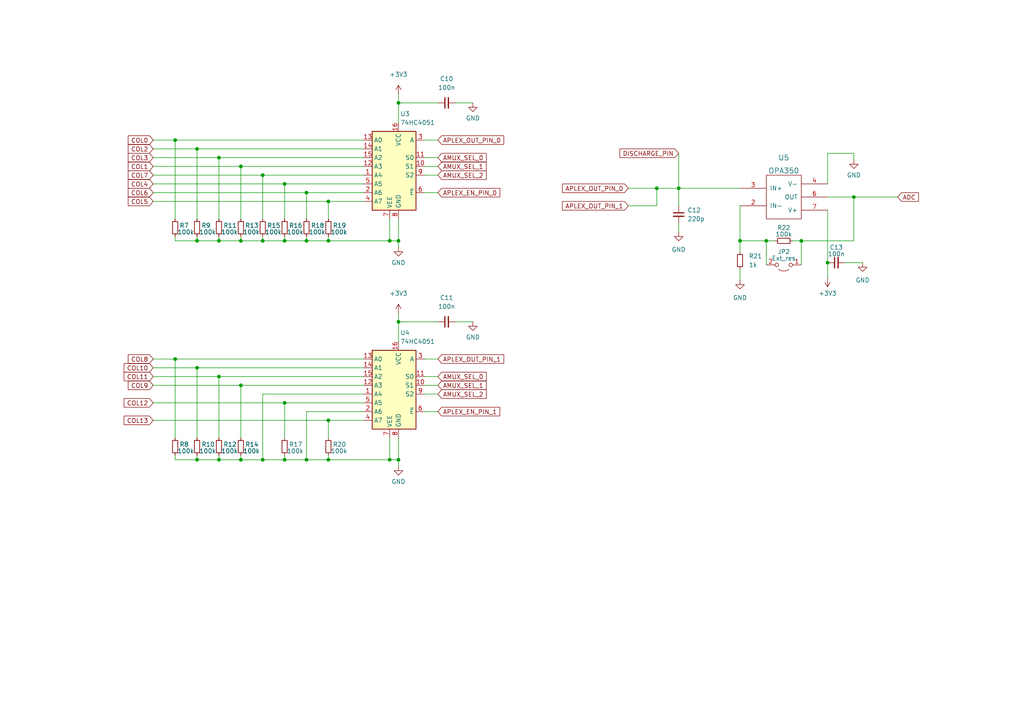
<source format=kicad_sch>
(kicad_sch (version 20211123) (generator eeschema)

  (uuid ab20fcc5-03e2-4dcf-bd68-c5baac3953d8)

  (paper "A4")

  (lib_symbols
    (symbol "74xx:74HC4051" (in_bom yes) (on_board yes)
      (property "Reference" "U" (id 0) (at -5.08 11.43 0)
        (effects (font (size 1.27 1.27)))
      )
      (property "Value" "74HC4051" (id 1) (at -7.62 -13.97 0)
        (effects (font (size 1.27 1.27)))
      )
      (property "Footprint" "" (id 2) (at 0 -10.16 0)
        (effects (font (size 1.27 1.27)) hide)
      )
      (property "Datasheet" "http://www.ti.com/lit/ds/symlink/cd74hc4051.pdf" (id 3) (at 0 -10.16 0)
        (effects (font (size 1.27 1.27)) hide)
      )
      (property "ki_keywords" "HCMOS Multiplexer Demultiplexer Analog" (id 4) (at 0 0 0)
        (effects (font (size 1.27 1.27)) hide)
      )
      (property "ki_description" "8-channel analog multiplexer/demultiplexer, DIP-16/SOIC-16/TSSOP-16" (id 5) (at 0 0 0)
        (effects (font (size 1.27 1.27)) hide)
      )
      (property "ki_fp_filters" "DIP*W7.62mm* SOIC*3.9x9.9mm*P1.27mm* SOIC*5.3x10.2mm*P1.27mm* TSSOP*4.4x5mm*P0.65mm*" (id 6) (at 0 0 0)
        (effects (font (size 1.27 1.27)) hide)
      )
      (symbol "74HC4051_0_1"
        (rectangle (start -5.08 10.16) (end 7.62 -12.7)
          (stroke (width 0.254) (type default) (color 0 0 0 0))
          (fill (type background))
        )
      )
      (symbol "74HC4051_1_1"
        (pin passive line (at 10.16 -2.54 180) (length 2.54)
          (name "A4" (effects (font (size 1.27 1.27))))
          (number "1" (effects (font (size 1.27 1.27))))
        )
        (pin input line (at -7.62 0 0) (length 2.54)
          (name "S1" (effects (font (size 1.27 1.27))))
          (number "10" (effects (font (size 1.27 1.27))))
        )
        (pin input line (at -7.62 2.54 0) (length 2.54)
          (name "S0" (effects (font (size 1.27 1.27))))
          (number "11" (effects (font (size 1.27 1.27))))
        )
        (pin passive line (at 10.16 0 180) (length 2.54)
          (name "A3" (effects (font (size 1.27 1.27))))
          (number "12" (effects (font (size 1.27 1.27))))
        )
        (pin passive line (at 10.16 7.62 180) (length 2.54)
          (name "A0" (effects (font (size 1.27 1.27))))
          (number "13" (effects (font (size 1.27 1.27))))
        )
        (pin passive line (at 10.16 5.08 180) (length 2.54)
          (name "A1" (effects (font (size 1.27 1.27))))
          (number "14" (effects (font (size 1.27 1.27))))
        )
        (pin passive line (at 10.16 2.54 180) (length 2.54)
          (name "A2" (effects (font (size 1.27 1.27))))
          (number "15" (effects (font (size 1.27 1.27))))
        )
        (pin power_in line (at 0 12.7 270) (length 2.54)
          (name "VCC" (effects (font (size 1.27 1.27))))
          (number "16" (effects (font (size 1.27 1.27))))
        )
        (pin passive line (at 10.16 -7.62 180) (length 2.54)
          (name "A6" (effects (font (size 1.27 1.27))))
          (number "2" (effects (font (size 1.27 1.27))))
        )
        (pin passive line (at -7.62 7.62 0) (length 2.54)
          (name "A" (effects (font (size 1.27 1.27))))
          (number "3" (effects (font (size 1.27 1.27))))
        )
        (pin passive line (at 10.16 -10.16 180) (length 2.54)
          (name "A7" (effects (font (size 1.27 1.27))))
          (number "4" (effects (font (size 1.27 1.27))))
        )
        (pin passive line (at 10.16 -5.08 180) (length 2.54)
          (name "A5" (effects (font (size 1.27 1.27))))
          (number "5" (effects (font (size 1.27 1.27))))
        )
        (pin input line (at -7.62 -7.62 0) (length 2.54)
          (name "~{E}" (effects (font (size 1.27 1.27))))
          (number "6" (effects (font (size 1.27 1.27))))
        )
        (pin power_in line (at 2.54 -15.24 90) (length 2.54)
          (name "VEE" (effects (font (size 1.27 1.27))))
          (number "7" (effects (font (size 1.27 1.27))))
        )
        (pin power_in line (at 0 -15.24 90) (length 2.54)
          (name "GND" (effects (font (size 1.27 1.27))))
          (number "8" (effects (font (size 1.27 1.27))))
        )
        (pin input line (at -7.62 -2.54 0) (length 2.54)
          (name "S2" (effects (font (size 1.27 1.27))))
          (number "9" (effects (font (size 1.27 1.27))))
        )
      )
    )
    (symbol "Device:C_Small" (pin_numbers hide) (pin_names (offset 0.254) hide) (in_bom yes) (on_board yes)
      (property "Reference" "C" (id 0) (at 0.254 1.778 0)
        (effects (font (size 1.27 1.27)) (justify left))
      )
      (property "Value" "C_Small" (id 1) (at 0.254 -2.032 0)
        (effects (font (size 1.27 1.27)) (justify left))
      )
      (property "Footprint" "" (id 2) (at 0 0 0)
        (effects (font (size 1.27 1.27)) hide)
      )
      (property "Datasheet" "~" (id 3) (at 0 0 0)
        (effects (font (size 1.27 1.27)) hide)
      )
      (property "ki_keywords" "capacitor cap" (id 4) (at 0 0 0)
        (effects (font (size 1.27 1.27)) hide)
      )
      (property "ki_description" "Unpolarized capacitor, small symbol" (id 5) (at 0 0 0)
        (effects (font (size 1.27 1.27)) hide)
      )
      (property "ki_fp_filters" "C_*" (id 6) (at 0 0 0)
        (effects (font (size 1.27 1.27)) hide)
      )
      (symbol "C_Small_0_1"
        (polyline
          (pts
            (xy -1.524 -0.508)
            (xy 1.524 -0.508)
          )
          (stroke (width 0.3302) (type default) (color 0 0 0 0))
          (fill (type none))
        )
        (polyline
          (pts
            (xy -1.524 0.508)
            (xy 1.524 0.508)
          )
          (stroke (width 0.3048) (type default) (color 0 0 0 0))
          (fill (type none))
        )
      )
      (symbol "C_Small_1_1"
        (pin passive line (at 0 2.54 270) (length 2.032)
          (name "~" (effects (font (size 1.27 1.27))))
          (number "1" (effects (font (size 1.27 1.27))))
        )
        (pin passive line (at 0 -2.54 90) (length 2.032)
          (name "~" (effects (font (size 1.27 1.27))))
          (number "2" (effects (font (size 1.27 1.27))))
        )
      )
    )
    (symbol "Device:R_Small" (pin_numbers hide) (pin_names (offset 0.254) hide) (in_bom yes) (on_board yes)
      (property "Reference" "R" (id 0) (at 0.762 0.508 0)
        (effects (font (size 1.27 1.27)) (justify left))
      )
      (property "Value" "R_Small" (id 1) (at 0.762 -1.016 0)
        (effects (font (size 1.27 1.27)) (justify left))
      )
      (property "Footprint" "" (id 2) (at 0 0 0)
        (effects (font (size 1.27 1.27)) hide)
      )
      (property "Datasheet" "~" (id 3) (at 0 0 0)
        (effects (font (size 1.27 1.27)) hide)
      )
      (property "ki_keywords" "R resistor" (id 4) (at 0 0 0)
        (effects (font (size 1.27 1.27)) hide)
      )
      (property "ki_description" "Resistor, small symbol" (id 5) (at 0 0 0)
        (effects (font (size 1.27 1.27)) hide)
      )
      (property "ki_fp_filters" "R_*" (id 6) (at 0 0 0)
        (effects (font (size 1.27 1.27)) hide)
      )
      (symbol "R_Small_0_1"
        (rectangle (start -0.762 1.778) (end 0.762 -1.778)
          (stroke (width 0.2032) (type default) (color 0 0 0 0))
          (fill (type none))
        )
      )
      (symbol "R_Small_1_1"
        (pin passive line (at 0 2.54 270) (length 0.762)
          (name "~" (effects (font (size 1.27 1.27))))
          (number "1" (effects (font (size 1.27 1.27))))
        )
        (pin passive line (at 0 -2.54 90) (length 0.762)
          (name "~" (effects (font (size 1.27 1.27))))
          (number "2" (effects (font (size 1.27 1.27))))
        )
      )
    )
    (symbol "Jumper:Jumper_2_Open" (pin_names (offset 0) hide) (in_bom yes) (on_board yes)
      (property "Reference" "JP" (id 0) (at 0 2.794 0)
        (effects (font (size 1.27 1.27)))
      )
      (property "Value" "Jumper_2_Open" (id 1) (at 0 -2.286 0)
        (effects (font (size 1.27 1.27)))
      )
      (property "Footprint" "" (id 2) (at 0 0 0)
        (effects (font (size 1.27 1.27)) hide)
      )
      (property "Datasheet" "~" (id 3) (at 0 0 0)
        (effects (font (size 1.27 1.27)) hide)
      )
      (property "ki_keywords" "Jumper SPST" (id 4) (at 0 0 0)
        (effects (font (size 1.27 1.27)) hide)
      )
      (property "ki_description" "Jumper, 2-pole, open" (id 5) (at 0 0 0)
        (effects (font (size 1.27 1.27)) hide)
      )
      (property "ki_fp_filters" "Jumper* TestPoint*2Pads* TestPoint*Bridge*" (id 6) (at 0 0 0)
        (effects (font (size 1.27 1.27)) hide)
      )
      (symbol "Jumper_2_Open_0_0"
        (circle (center -2.032 0) (radius 0.508)
          (stroke (width 0) (type default) (color 0 0 0 0))
          (fill (type none))
        )
        (circle (center 2.032 0) (radius 0.508)
          (stroke (width 0) (type default) (color 0 0 0 0))
          (fill (type none))
        )
      )
      (symbol "Jumper_2_Open_0_1"
        (arc (start 1.524 1.27) (mid 0 1.778) (end -1.524 1.27)
          (stroke (width 0) (type default) (color 0 0 0 0))
          (fill (type none))
        )
      )
      (symbol "Jumper_2_Open_1_1"
        (pin passive line (at -5.08 0 0) (length 2.54)
          (name "A" (effects (font (size 1.27 1.27))))
          (number "1" (effects (font (size 1.27 1.27))))
        )
        (pin passive line (at 5.08 0 180) (length 2.54)
          (name "B" (effects (font (size 1.27 1.27))))
          (number "2" (effects (font (size 1.27 1.27))))
        )
      )
    )
    (symbol "cipulot_parts:OPA350" (pin_names (offset 1.016)) (in_bom yes) (on_board yes)
      (property "Reference" "U" (id 0) (at 8.89 -7.62 0)
        (effects (font (size 1.524 1.524)))
      )
      (property "Value" "OPA350" (id 1) (at 5.08 7.62 0)
        (effects (font (size 1.524 1.524)))
      )
      (property "Footprint" "" (id 2) (at 0 0 0)
        (effects (font (size 1.524 1.524)))
      )
      (property "Datasheet" "" (id 3) (at 0 0 0)
        (effects (font (size 1.524 1.524)))
      )
      (symbol "OPA350_0_1"
        (rectangle (start 0 -6.35) (end 10.16 6.35)
          (stroke (width 0) (type default) (color 0 0 0 0))
          (fill (type none))
        )
        (pin input line (at -7.62 2.54 0) (length 7.62)
          (name "IN-" (effects (font (size 1.27 1.27))))
          (number "2" (effects (font (size 1.27 1.27))))
        )
        (pin input line (at -7.62 -2.54 0) (length 7.62)
          (name "IN+" (effects (font (size 1.27 1.27))))
          (number "3" (effects (font (size 1.27 1.27))))
        )
        (pin input line (at 17.78 -3.81 180) (length 7.62)
          (name "V-" (effects (font (size 1.27 1.27))))
          (number "4" (effects (font (size 1.27 1.27))))
        )
        (pin input line (at 17.78 0 180) (length 7.62)
          (name "OUT" (effects (font (size 1.27 1.27))))
          (number "6" (effects (font (size 1.27 1.27))))
        )
        (pin input line (at 17.78 3.81 180) (length 7.62)
          (name "V+" (effects (font (size 1.27 1.27))))
          (number "7" (effects (font (size 1.27 1.27))))
        )
      )
    )
    (symbol "power:+3.3V" (power) (pin_names (offset 0)) (in_bom yes) (on_board yes)
      (property "Reference" "#PWR" (id 0) (at 0 -3.81 0)
        (effects (font (size 1.27 1.27)) hide)
      )
      (property "Value" "+3.3V" (id 1) (at 0 3.556 0)
        (effects (font (size 1.27 1.27)))
      )
      (property "Footprint" "" (id 2) (at 0 0 0)
        (effects (font (size 1.27 1.27)) hide)
      )
      (property "Datasheet" "" (id 3) (at 0 0 0)
        (effects (font (size 1.27 1.27)) hide)
      )
      (property "ki_keywords" "power-flag" (id 4) (at 0 0 0)
        (effects (font (size 1.27 1.27)) hide)
      )
      (property "ki_description" "Power symbol creates a global label with name \"+3.3V\"" (id 5) (at 0 0 0)
        (effects (font (size 1.27 1.27)) hide)
      )
      (symbol "+3.3V_0_1"
        (polyline
          (pts
            (xy -0.762 1.27)
            (xy 0 2.54)
          )
          (stroke (width 0) (type default) (color 0 0 0 0))
          (fill (type none))
        )
        (polyline
          (pts
            (xy 0 0)
            (xy 0 2.54)
          )
          (stroke (width 0) (type default) (color 0 0 0 0))
          (fill (type none))
        )
        (polyline
          (pts
            (xy 0 2.54)
            (xy 0.762 1.27)
          )
          (stroke (width 0) (type default) (color 0 0 0 0))
          (fill (type none))
        )
      )
      (symbol "+3.3V_1_1"
        (pin power_in line (at 0 0 90) (length 0) hide
          (name "+3V3" (effects (font (size 1.27 1.27))))
          (number "1" (effects (font (size 1.27 1.27))))
        )
      )
    )
    (symbol "power:GND" (power) (pin_names (offset 0)) (in_bom yes) (on_board yes)
      (property "Reference" "#PWR" (id 0) (at 0 -6.35 0)
        (effects (font (size 1.27 1.27)) hide)
      )
      (property "Value" "GND" (id 1) (at 0 -3.81 0)
        (effects (font (size 1.27 1.27)))
      )
      (property "Footprint" "" (id 2) (at 0 0 0)
        (effects (font (size 1.27 1.27)) hide)
      )
      (property "Datasheet" "" (id 3) (at 0 0 0)
        (effects (font (size 1.27 1.27)) hide)
      )
      (property "ki_keywords" "power-flag" (id 4) (at 0 0 0)
        (effects (font (size 1.27 1.27)) hide)
      )
      (property "ki_description" "Power symbol creates a global label with name \"GND\" , ground" (id 5) (at 0 0 0)
        (effects (font (size 1.27 1.27)) hide)
      )
      (symbol "GND_0_1"
        (polyline
          (pts
            (xy 0 0)
            (xy 0 -1.27)
            (xy 1.27 -1.27)
            (xy 0 -2.54)
            (xy -1.27 -1.27)
            (xy 0 -1.27)
          )
          (stroke (width 0) (type default) (color 0 0 0 0))
          (fill (type none))
        )
      )
      (symbol "GND_1_1"
        (pin power_in line (at 0 0 270) (length 0) hide
          (name "GND" (effects (font (size 1.27 1.27))))
          (number "1" (effects (font (size 1.27 1.27))))
        )
      )
    )
  )

  (junction (at 88.9 55.88) (diameter 0) (color 0 0 0 0)
    (uuid 00e529b9-ce7f-44f6-be5a-95774ae07560)
  )
  (junction (at 63.5 133.35) (diameter 0) (color 0 0 0 0)
    (uuid 04f28aa5-81ff-4b1e-aecf-b75a2fbe9f55)
  )
  (junction (at 82.55 133.35) (diameter 0) (color 0 0 0 0)
    (uuid 095cacfe-2c93-47a8-b708-5f1a1201d3cf)
  )
  (junction (at 69.85 48.26) (diameter 0) (color 0 0 0 0)
    (uuid 0be5e4f0-8037-4c07-a931-f9d1267cd051)
  )
  (junction (at 115.57 133.35) (diameter 0) (color 0 0 0 0)
    (uuid 0c501ba8-743b-49d5-9b90-16b9d4efed1c)
  )
  (junction (at 76.2 69.85) (diameter 0) (color 0 0 0 0)
    (uuid 10520835-5bef-4099-a0fd-8cffee5e22f4)
  )
  (junction (at 95.25 69.85) (diameter 0) (color 0 0 0 0)
    (uuid 12591b18-2552-41a2-af04-a9cc3b5a33eb)
  )
  (junction (at 88.9 69.85) (diameter 0) (color 0 0 0 0)
    (uuid 18d67cc8-79c5-4237-bc53-367e504fffdf)
  )
  (junction (at 115.57 29.845) (diameter 0) (color 0 0 0 0)
    (uuid 29c6a150-bd1a-4a42-b165-153c3f2f5c01)
  )
  (junction (at 88.9 133.35) (diameter 0) (color 0 0 0 0)
    (uuid 2aec6d5c-49db-4bf1-8a28-5d0426c4b43c)
  )
  (junction (at 113.03 133.35) (diameter 0) (color 0 0 0 0)
    (uuid 347c0b21-1941-436d-bee5-d0bc1e6363f8)
  )
  (junction (at 63.5 45.72) (diameter 0) (color 0 0 0 0)
    (uuid 3bc39011-ac39-4dfd-ad53-927ebda43e5e)
  )
  (junction (at 76.2 133.35) (diameter 0) (color 0 0 0 0)
    (uuid 5429f276-65c0-4a6f-a2b8-fdcf17cf3d86)
  )
  (junction (at 57.15 133.35) (diameter 0) (color 0 0 0 0)
    (uuid 648c8a5d-d84c-4c5f-ba9c-58b8a52fa18a)
  )
  (junction (at 196.85 54.61) (diameter 0) (color 0 0 0 0)
    (uuid 65e27c0d-19f1-42c6-93a9-021fc8423577)
  )
  (junction (at 95.25 58.42) (diameter 0) (color 0 0 0 0)
    (uuid 74f27526-914c-427a-bf54-caf55b0e919a)
  )
  (junction (at 95.25 133.35) (diameter 0) (color 0 0 0 0)
    (uuid 7cdf7333-b738-4872-b3b3-259fe460e706)
  )
  (junction (at 50.8 40.64) (diameter 0) (color 0 0 0 0)
    (uuid 8af3cf81-cde3-4ad4-9ee6-92d7dd166380)
  )
  (junction (at 82.55 53.34) (diameter 0) (color 0 0 0 0)
    (uuid 8c8e7902-86b4-4416-b9cb-4e969aa5f39c)
  )
  (junction (at 82.55 116.84) (diameter 0) (color 0 0 0 0)
    (uuid 92506e8a-5d7a-4d23-baaf-bbc260d9bd9a)
  )
  (junction (at 113.03 69.85) (diameter 0) (color 0 0 0 0)
    (uuid 99137a21-e08d-4f93-91ab-aad6d01446dd)
  )
  (junction (at 57.15 43.18) (diameter 0) (color 0 0 0 0)
    (uuid 9b7a76ad-2830-4fe7-a482-7b5241d5526a)
  )
  (junction (at 214.63 69.85) (diameter 0) (color 0 0 0 0)
    (uuid 9bc1a2c0-2644-4c34-9efa-14bcb0264f17)
  )
  (junction (at 69.85 69.85) (diameter 0) (color 0 0 0 0)
    (uuid 9e5eb42f-1152-4461-a1a9-a347753f8152)
  )
  (junction (at 232.41 69.85) (diameter 0) (color 0 0 0 0)
    (uuid a2340b23-590a-4551-9506-746c907cdb09)
  )
  (junction (at 190.5 54.61) (diameter 0) (color 0 0 0 0)
    (uuid a4abe8b8-5b0a-40f4-b926-840fc8d72f41)
  )
  (junction (at 69.85 111.76) (diameter 0) (color 0 0 0 0)
    (uuid a4db9432-0e92-4b2b-bee6-b7c79d7b332f)
  )
  (junction (at 63.5 109.22) (diameter 0) (color 0 0 0 0)
    (uuid aa8713d0-f165-424c-8045-fd1129cf4145)
  )
  (junction (at 69.85 133.35) (diameter 0) (color 0 0 0 0)
    (uuid b25110ec-6f9f-4006-bf3f-686986e5ac62)
  )
  (junction (at 63.5 69.85) (diameter 0) (color 0 0 0 0)
    (uuid b80be77b-7e26-4038-9274-a928d2ebe5eb)
  )
  (junction (at 222.25 69.85) (diameter 0) (color 0 0 0 0)
    (uuid b8e57755-cf40-4726-bc67-d5cc6d6c268f)
  )
  (junction (at 82.55 69.85) (diameter 0) (color 0 0 0 0)
    (uuid bc2467d1-2f77-4c0d-afb1-738dc8d72e10)
  )
  (junction (at 247.65 57.15) (diameter 0) (color 0 0 0 0)
    (uuid c2569c25-fae8-46bd-9431-71bc40fb958c)
  )
  (junction (at 76.2 50.8) (diameter 0) (color 0 0 0 0)
    (uuid c412198e-72f4-4b49-a7f7-c58a005cfa6c)
  )
  (junction (at 115.57 93.345) (diameter 0) (color 0 0 0 0)
    (uuid c6ead6cc-6f12-4e27-b1c1-5b90a79e075c)
  )
  (junction (at 57.15 106.68) (diameter 0) (color 0 0 0 0)
    (uuid cbfdf2af-8f0c-44ab-810f-d439e596f793)
  )
  (junction (at 57.15 69.85) (diameter 0) (color 0 0 0 0)
    (uuid d4a7f1c3-6fa8-4a15-8a41-f6333de208b7)
  )
  (junction (at 50.8 104.14) (diameter 0) (color 0 0 0 0)
    (uuid d52ddd02-905f-4be5-9c34-53611cc4d008)
  )
  (junction (at 95.25 121.92) (diameter 0) (color 0 0 0 0)
    (uuid e672c261-b69f-4336-a50a-4ac468635dfd)
  )
  (junction (at 115.57 69.85) (diameter 0) (color 0 0 0 0)
    (uuid ec2b260f-d835-4922-84d1-d450b24acc3a)
  )
  (junction (at 240.03 76.2) (diameter 0) (color 0 0 0 0)
    (uuid ecf16d42-b5a0-4393-bfd9-9e61eb32c4bf)
  )

  (wire (pts (xy 115.57 133.35) (xy 115.57 135.255))
    (stroke (width 0) (type default) (color 0 0 0 0))
    (uuid 013a02ae-4590-4da9-8125-6ea5f9d428da)
  )
  (wire (pts (xy 57.15 106.68) (xy 105.41 106.68))
    (stroke (width 0) (type default) (color 0 0 0 0))
    (uuid 01ce3f22-9671-4beb-b9fb-cdf96a275d53)
  )
  (wire (pts (xy 76.2 50.8) (xy 76.2 63.5))
    (stroke (width 0) (type default) (color 0 0 0 0))
    (uuid 04cff190-c691-4296-b75f-63f568f128f6)
  )
  (wire (pts (xy 247.65 69.85) (xy 247.65 57.15))
    (stroke (width 0) (type default) (color 0 0 0 0))
    (uuid 051d38dd-c1b9-4850-9994-54e2efab21e2)
  )
  (wire (pts (xy 240.03 60.96) (xy 240.03 76.2))
    (stroke (width 0) (type default) (color 0 0 0 0))
    (uuid 0554dab5-dd68-4b1e-8046-56f4db5af76f)
  )
  (wire (pts (xy 123.19 40.64) (xy 127 40.64))
    (stroke (width 0) (type default) (color 0 0 0 0))
    (uuid 064e419c-9f17-46f5-9c6c-1e6a16e22730)
  )
  (wire (pts (xy 88.9 55.88) (xy 88.9 63.5))
    (stroke (width 0) (type default) (color 0 0 0 0))
    (uuid 099b871d-3475-45ee-960e-5524d6307bc2)
  )
  (wire (pts (xy 113.03 133.35) (xy 115.57 133.35))
    (stroke (width 0) (type default) (color 0 0 0 0))
    (uuid 0a77e96f-cb8a-4b93-8e55-bbf5d42fa834)
  )
  (wire (pts (xy 182.245 54.61) (xy 190.5 54.61))
    (stroke (width 0) (type default) (color 0 0 0 0))
    (uuid 0be009a5-9c49-404a-ad8d-d1c298411acf)
  )
  (wire (pts (xy 69.85 69.85) (xy 76.2 69.85))
    (stroke (width 0) (type default) (color 0 0 0 0))
    (uuid 0cfcbbe5-1af7-4c3c-9ec1-776676b703d3)
  )
  (wire (pts (xy 196.85 54.61) (xy 214.63 54.61))
    (stroke (width 0) (type default) (color 0 0 0 0))
    (uuid 0f029398-8abe-4772-8c79-d3c0cb11732e)
  )
  (wire (pts (xy 63.5 132.08) (xy 63.5 133.35))
    (stroke (width 0) (type default) (color 0 0 0 0))
    (uuid 0fadf93f-649d-4e8d-be5f-3faee961dd0a)
  )
  (wire (pts (xy 82.55 116.84) (xy 105.41 116.84))
    (stroke (width 0) (type default) (color 0 0 0 0))
    (uuid 1085837e-a4b5-4d1b-9b39-a80d01b20cc0)
  )
  (wire (pts (xy 44.45 40.64) (xy 50.8 40.64))
    (stroke (width 0) (type default) (color 0 0 0 0))
    (uuid 10e5362d-1938-4307-b25f-05a61a1f7f7e)
  )
  (wire (pts (xy 76.2 114.3) (xy 105.41 114.3))
    (stroke (width 0) (type default) (color 0 0 0 0))
    (uuid 11894a10-826b-4293-95b6-35d004450a11)
  )
  (wire (pts (xy 123.19 109.22) (xy 127 109.22))
    (stroke (width 0) (type default) (color 0 0 0 0))
    (uuid 1371ae99-d81b-4953-9433-7fcca7330f26)
  )
  (wire (pts (xy 247.65 46.355) (xy 247.65 44.45))
    (stroke (width 0) (type default) (color 0 0 0 0))
    (uuid 14752e86-c41b-4596-b5c1-240a69710b62)
  )
  (wire (pts (xy 69.85 111.76) (xy 69.85 127))
    (stroke (width 0) (type default) (color 0 0 0 0))
    (uuid 16aa6e9b-6ea3-435f-9dd8-28af1ce24b2a)
  )
  (wire (pts (xy 214.63 69.85) (xy 222.25 69.85))
    (stroke (width 0) (type default) (color 0 0 0 0))
    (uuid 16e7138a-77f1-432c-a002-6f0cbc40adba)
  )
  (wire (pts (xy 115.57 63.5) (xy 115.57 69.85))
    (stroke (width 0) (type default) (color 0 0 0 0))
    (uuid 17bd1cab-ae6e-4546-a67b-3266f19bf2af)
  )
  (wire (pts (xy 214.63 69.85) (xy 214.63 73.025))
    (stroke (width 0) (type default) (color 0 0 0 0))
    (uuid 1c376af5-16b2-4943-adc1-f724e093168d)
  )
  (wire (pts (xy 190.5 54.61) (xy 196.85 54.61))
    (stroke (width 0) (type default) (color 0 0 0 0))
    (uuid 22182f6c-adb7-438d-a4bd-52912f9d84d7)
  )
  (wire (pts (xy 196.85 44.45) (xy 196.85 54.61))
    (stroke (width 0) (type default) (color 0 0 0 0))
    (uuid 221975fb-4544-4aad-938f-2b387fb584a3)
  )
  (wire (pts (xy 44.45 106.68) (xy 57.15 106.68))
    (stroke (width 0) (type default) (color 0 0 0 0))
    (uuid 23c03dbe-4353-4355-abf6-d7f893de5399)
  )
  (wire (pts (xy 132.08 93.345) (xy 137.16 93.345))
    (stroke (width 0) (type default) (color 0 0 0 0))
    (uuid 27316f4a-cadf-4138-bd8e-6ced784a0865)
  )
  (wire (pts (xy 95.25 132.08) (xy 95.25 133.35))
    (stroke (width 0) (type default) (color 0 0 0 0))
    (uuid 2874f4f6-579d-42fa-8999-87c6551237d9)
  )
  (wire (pts (xy 82.55 133.35) (xy 88.9 133.35))
    (stroke (width 0) (type default) (color 0 0 0 0))
    (uuid 2bf8a019-89c3-485b-a4bb-09227a744b6e)
  )
  (wire (pts (xy 50.8 133.35) (xy 57.15 133.35))
    (stroke (width 0) (type default) (color 0 0 0 0))
    (uuid 2f2b02f1-c1c5-4ba7-80c2-395a769e6e48)
  )
  (wire (pts (xy 88.9 119.38) (xy 105.41 119.38))
    (stroke (width 0) (type default) (color 0 0 0 0))
    (uuid 2f71c876-4db5-4d42-a81d-dcad87bc96fb)
  )
  (wire (pts (xy 57.15 132.08) (xy 57.15 133.35))
    (stroke (width 0) (type default) (color 0 0 0 0))
    (uuid 3b064c36-3a29-4e4c-a2c6-967a6af8fde9)
  )
  (wire (pts (xy 44.45 111.76) (xy 69.85 111.76))
    (stroke (width 0) (type default) (color 0 0 0 0))
    (uuid 3c5467a1-ec7b-41b3-8775-b99870b9fe72)
  )
  (wire (pts (xy 214.63 59.69) (xy 214.63 69.85))
    (stroke (width 0) (type default) (color 0 0 0 0))
    (uuid 42033df8-cf25-41bf-8955-0857cf88dd51)
  )
  (wire (pts (xy 82.55 116.84) (xy 82.55 127))
    (stroke (width 0) (type default) (color 0 0 0 0))
    (uuid 4a5a5282-33dc-411d-82be-de061622ec96)
  )
  (wire (pts (xy 88.9 69.85) (xy 95.25 69.85))
    (stroke (width 0) (type default) (color 0 0 0 0))
    (uuid 4c142143-27e8-45e6-97fa-f5ffcf910f17)
  )
  (wire (pts (xy 247.65 44.45) (xy 240.03 44.45))
    (stroke (width 0) (type default) (color 0 0 0 0))
    (uuid 4c5ae7f1-d40c-42fd-bb7e-9a204cd25dac)
  )
  (wire (pts (xy 245.11 76.2) (xy 250.19 76.2))
    (stroke (width 0) (type default) (color 0 0 0 0))
    (uuid 4fb3f06c-dc4e-4f36-95af-4be99829585e)
  )
  (wire (pts (xy 115.57 127) (xy 115.57 133.35))
    (stroke (width 0) (type default) (color 0 0 0 0))
    (uuid 5232ccc2-8675-40bd-a978-3b4dca6be534)
  )
  (wire (pts (xy 123.19 114.3) (xy 127 114.3))
    (stroke (width 0) (type default) (color 0 0 0 0))
    (uuid 5280835c-9f58-4b64-95b1-00ac4cd29aef)
  )
  (wire (pts (xy 123.19 45.72) (xy 127 45.72))
    (stroke (width 0) (type default) (color 0 0 0 0))
    (uuid 535fb71f-e603-4b1c-aa5e-1a6715822f45)
  )
  (wire (pts (xy 115.57 29.845) (xy 115.57 35.56))
    (stroke (width 0) (type default) (color 0 0 0 0))
    (uuid 537e90bc-c793-40a2-a25c-68b59be5ec50)
  )
  (wire (pts (xy 95.25 121.92) (xy 105.41 121.92))
    (stroke (width 0) (type default) (color 0 0 0 0))
    (uuid 56802899-5b37-4632-b5ad-496e99b74082)
  )
  (wire (pts (xy 69.85 111.76) (xy 105.41 111.76))
    (stroke (width 0) (type default) (color 0 0 0 0))
    (uuid 58e886e0-e30b-4b2d-b45c-b65a9d8816ed)
  )
  (wire (pts (xy 123.19 48.26) (xy 127 48.26))
    (stroke (width 0) (type default) (color 0 0 0 0))
    (uuid 58f60453-f786-4adb-b1c8-132a9128e8a9)
  )
  (wire (pts (xy 50.8 68.58) (xy 50.8 69.85))
    (stroke (width 0) (type default) (color 0 0 0 0))
    (uuid 5acc9b3e-023d-48e1-b2c6-08d95a16a882)
  )
  (wire (pts (xy 88.9 68.58) (xy 88.9 69.85))
    (stroke (width 0) (type default) (color 0 0 0 0))
    (uuid 5db17cd0-2b68-4d32-817c-80a1db92a685)
  )
  (wire (pts (xy 123.19 50.8) (xy 127 50.8))
    (stroke (width 0) (type default) (color 0 0 0 0))
    (uuid 5f5bbcef-9f45-4af3-91c6-81285a2efe57)
  )
  (wire (pts (xy 182.245 59.69) (xy 190.5 59.69))
    (stroke (width 0) (type default) (color 0 0 0 0))
    (uuid 5faaac4d-597e-44a6-916d-f9a4ddb1ae83)
  )
  (wire (pts (xy 50.8 40.64) (xy 105.41 40.64))
    (stroke (width 0) (type default) (color 0 0 0 0))
    (uuid 611112e0-a5d4-4dbb-a575-d3e5101186f2)
  )
  (wire (pts (xy 115.57 69.85) (xy 115.57 71.755))
    (stroke (width 0) (type default) (color 0 0 0 0))
    (uuid 6531ece5-ddb4-4af3-b37e-1a054e506297)
  )
  (wire (pts (xy 44.45 43.18) (xy 57.15 43.18))
    (stroke (width 0) (type default) (color 0 0 0 0))
    (uuid 6774e9b0-7618-443b-88a7-5051050d560e)
  )
  (wire (pts (xy 229.87 69.85) (xy 232.41 69.85))
    (stroke (width 0) (type default) (color 0 0 0 0))
    (uuid 68b8020f-ad2f-4142-846b-6e7ae326ebe0)
  )
  (wire (pts (xy 57.15 68.58) (xy 57.15 69.85))
    (stroke (width 0) (type default) (color 0 0 0 0))
    (uuid 68c9ca5e-c887-4ffb-98b7-b36810265b70)
  )
  (wire (pts (xy 240.03 57.15) (xy 247.65 57.15))
    (stroke (width 0) (type default) (color 0 0 0 0))
    (uuid 6cc0d409-b06e-46a6-9d6f-32e20bb4bb1c)
  )
  (wire (pts (xy 82.55 69.85) (xy 88.9 69.85))
    (stroke (width 0) (type default) (color 0 0 0 0))
    (uuid 6e66eb78-b4f1-47a0-9ef1-c4862ead5cca)
  )
  (wire (pts (xy 123.19 55.88) (xy 127 55.88))
    (stroke (width 0) (type default) (color 0 0 0 0))
    (uuid 6f63fa97-0d31-4341-ba2b-0a48e01f51e1)
  )
  (wire (pts (xy 232.41 69.85) (xy 247.65 69.85))
    (stroke (width 0) (type default) (color 0 0 0 0))
    (uuid 700ada00-1ad9-4acb-90c0-275a38e7e422)
  )
  (wire (pts (xy 57.15 106.68) (xy 57.15 127))
    (stroke (width 0) (type default) (color 0 0 0 0))
    (uuid 7373c29b-930f-4094-89f0-5d6aeba1b672)
  )
  (wire (pts (xy 82.55 132.08) (xy 82.55 133.35))
    (stroke (width 0) (type default) (color 0 0 0 0))
    (uuid 771f8329-4f7e-4bb4-bb2b-70438b75cb49)
  )
  (wire (pts (xy 240.03 76.2) (xy 240.03 80.645))
    (stroke (width 0) (type default) (color 0 0 0 0))
    (uuid 7ad56d30-4e4f-44a4-8e09-991e9abc0d48)
  )
  (wire (pts (xy 115.57 93.345) (xy 127 93.345))
    (stroke (width 0) (type default) (color 0 0 0 0))
    (uuid 7cc997cf-6d06-430b-a98a-b8f0ba62bbe3)
  )
  (wire (pts (xy 113.03 69.85) (xy 115.57 69.85))
    (stroke (width 0) (type default) (color 0 0 0 0))
    (uuid 7d18c1f7-6337-4a17-9ff7-72e77e54e51e)
  )
  (wire (pts (xy 123.19 104.14) (xy 127 104.14))
    (stroke (width 0) (type default) (color 0 0 0 0))
    (uuid 8e6d12b2-d846-4df1-9a2f-3e2162a44597)
  )
  (wire (pts (xy 76.2 68.58) (xy 76.2 69.85))
    (stroke (width 0) (type default) (color 0 0 0 0))
    (uuid 8f3f6a54-ef6f-4dfd-bbbf-5bc6f04caf1a)
  )
  (wire (pts (xy 44.45 48.26) (xy 69.85 48.26))
    (stroke (width 0) (type default) (color 0 0 0 0))
    (uuid 9099dc46-9bd6-4d2b-adca-621c8f3c5a66)
  )
  (wire (pts (xy 88.9 119.38) (xy 88.9 133.35))
    (stroke (width 0) (type default) (color 0 0 0 0))
    (uuid 91887a77-aaf5-43ef-810d-8313c8b337d7)
  )
  (wire (pts (xy 214.63 78.105) (xy 214.63 81.28))
    (stroke (width 0) (type default) (color 0 0 0 0))
    (uuid 97e54332-5150-4018-b4dc-e01084741e74)
  )
  (wire (pts (xy 190.5 59.69) (xy 190.5 54.61))
    (stroke (width 0) (type default) (color 0 0 0 0))
    (uuid 97ec8c4e-f648-4974-b208-db17d2b9403b)
  )
  (wire (pts (xy 50.8 132.08) (xy 50.8 133.35))
    (stroke (width 0) (type default) (color 0 0 0 0))
    (uuid 98b8729d-7575-43dc-9a44-9a56c123a27b)
  )
  (wire (pts (xy 63.5 68.58) (xy 63.5 69.85))
    (stroke (width 0) (type default) (color 0 0 0 0))
    (uuid 997daa78-f1d6-4dad-bfa8-0ad10ef4991b)
  )
  (wire (pts (xy 132.08 29.845) (xy 137.16 29.845))
    (stroke (width 0) (type default) (color 0 0 0 0))
    (uuid 9afe3b60-bd83-4a91-b360-b03e11ea7bcb)
  )
  (wire (pts (xy 44.45 104.14) (xy 50.8 104.14))
    (stroke (width 0) (type default) (color 0 0 0 0))
    (uuid 9d446aa3-b68f-41d6-a0e1-e5cc9c4cacdd)
  )
  (wire (pts (xy 69.85 68.58) (xy 69.85 69.85))
    (stroke (width 0) (type default) (color 0 0 0 0))
    (uuid 9e427d45-c1cb-4692-8cca-cfe9e3059235)
  )
  (wire (pts (xy 63.5 45.72) (xy 63.5 63.5))
    (stroke (width 0) (type default) (color 0 0 0 0))
    (uuid 9eb0606a-d1e8-492e-bf47-494e143cf85a)
  )
  (wire (pts (xy 113.03 127) (xy 113.03 133.35))
    (stroke (width 0) (type default) (color 0 0 0 0))
    (uuid a2203b59-23ea-4b3a-a44d-d7346de3b334)
  )
  (wire (pts (xy 44.45 53.34) (xy 82.55 53.34))
    (stroke (width 0) (type default) (color 0 0 0 0))
    (uuid a24eddc0-5db6-402c-af71-7e941a18446c)
  )
  (wire (pts (xy 44.45 58.42) (xy 95.25 58.42))
    (stroke (width 0) (type default) (color 0 0 0 0))
    (uuid a36cde68-e713-426b-888d-258b51c75cb6)
  )
  (wire (pts (xy 63.5 109.22) (xy 105.41 109.22))
    (stroke (width 0) (type default) (color 0 0 0 0))
    (uuid a6a81c10-e385-4658-adbc-1fd881323274)
  )
  (wire (pts (xy 76.2 69.85) (xy 82.55 69.85))
    (stroke (width 0) (type default) (color 0 0 0 0))
    (uuid a6df311c-f3ae-4d2f-b23d-2e6785768868)
  )
  (wire (pts (xy 123.19 119.38) (xy 127 119.38))
    (stroke (width 0) (type default) (color 0 0 0 0))
    (uuid a761fac3-7174-40cd-a418-784743c6b174)
  )
  (wire (pts (xy 50.8 69.85) (xy 57.15 69.85))
    (stroke (width 0) (type default) (color 0 0 0 0))
    (uuid b011e236-795b-44cf-89c5-49afa253ce83)
  )
  (wire (pts (xy 95.25 58.42) (xy 105.41 58.42))
    (stroke (width 0) (type default) (color 0 0 0 0))
    (uuid b019f5d3-118a-4a05-b828-9c244ed5e97e)
  )
  (wire (pts (xy 95.25 121.92) (xy 95.25 127))
    (stroke (width 0) (type default) (color 0 0 0 0))
    (uuid b4632f38-dd67-4411-bbfa-48860787aa31)
  )
  (wire (pts (xy 196.85 64.77) (xy 196.85 67.31))
    (stroke (width 0) (type default) (color 0 0 0 0))
    (uuid b46a0647-bad2-4b12-9ce3-fafb319670e8)
  )
  (wire (pts (xy 44.45 45.72) (xy 63.5 45.72))
    (stroke (width 0) (type default) (color 0 0 0 0))
    (uuid b8372773-a616-4103-bbcd-6b9ac43d1566)
  )
  (wire (pts (xy 247.65 57.15) (xy 260.35 57.15))
    (stroke (width 0) (type default) (color 0 0 0 0))
    (uuid b8d50ee3-d8b1-49bf-b9aa-b0b427ba69f5)
  )
  (wire (pts (xy 63.5 109.22) (xy 63.5 127))
    (stroke (width 0) (type default) (color 0 0 0 0))
    (uuid ba70fb1c-bf86-4b36-8305-2ef624fb207b)
  )
  (wire (pts (xy 95.25 58.42) (xy 95.25 63.5))
    (stroke (width 0) (type default) (color 0 0 0 0))
    (uuid bcf80645-8e9f-4845-959c-f08cc6ba448c)
  )
  (wire (pts (xy 82.55 53.34) (xy 82.55 63.5))
    (stroke (width 0) (type default) (color 0 0 0 0))
    (uuid c0ac3545-142a-4e06-89d5-646d6f0a18a9)
  )
  (wire (pts (xy 115.57 27.305) (xy 115.57 29.845))
    (stroke (width 0) (type default) (color 0 0 0 0))
    (uuid c32a0d4b-de40-4806-9dd7-d7cf4cd69a6f)
  )
  (wire (pts (xy 222.25 69.85) (xy 224.79 69.85))
    (stroke (width 0) (type default) (color 0 0 0 0))
    (uuid c3672ab8-b2fc-42f9-9412-d9b6b9c32bda)
  )
  (wire (pts (xy 44.45 121.92) (xy 95.25 121.92))
    (stroke (width 0) (type default) (color 0 0 0 0))
    (uuid c399531e-494a-4208-8387-684a7d69a0ba)
  )
  (wire (pts (xy 57.15 133.35) (xy 63.5 133.35))
    (stroke (width 0) (type default) (color 0 0 0 0))
    (uuid c4364665-cdd7-4135-9129-85fbbc0fe0fc)
  )
  (wire (pts (xy 95.25 133.35) (xy 113.03 133.35))
    (stroke (width 0) (type default) (color 0 0 0 0))
    (uuid c5822c17-8f57-41df-ac5d-37e882f65bec)
  )
  (wire (pts (xy 82.55 68.58) (xy 82.55 69.85))
    (stroke (width 0) (type default) (color 0 0 0 0))
    (uuid c5c2a413-0a97-4626-b938-d64e323f5f0f)
  )
  (wire (pts (xy 69.85 133.35) (xy 76.2 133.35))
    (stroke (width 0) (type default) (color 0 0 0 0))
    (uuid c9b9d51b-d557-4080-8676-d9d318d7e3cc)
  )
  (wire (pts (xy 76.2 114.3) (xy 76.2 133.35))
    (stroke (width 0) (type default) (color 0 0 0 0))
    (uuid cafdb92b-280a-43df-a3a0-1eb99b439468)
  )
  (wire (pts (xy 123.19 111.76) (xy 127 111.76))
    (stroke (width 0) (type default) (color 0 0 0 0))
    (uuid cb83676a-d0e7-49a6-8244-3d33a04fd390)
  )
  (wire (pts (xy 69.85 48.26) (xy 69.85 63.5))
    (stroke (width 0) (type default) (color 0 0 0 0))
    (uuid cb864a8b-0a5c-476c-a62b-75b00463d45c)
  )
  (wire (pts (xy 63.5 69.85) (xy 69.85 69.85))
    (stroke (width 0) (type default) (color 0 0 0 0))
    (uuid ce930139-6046-4815-bea9-03e3a4cf10dc)
  )
  (wire (pts (xy 88.9 133.35) (xy 95.25 133.35))
    (stroke (width 0) (type default) (color 0 0 0 0))
    (uuid ce9737d7-a27b-4afc-932d-20fb4eed72de)
  )
  (wire (pts (xy 63.5 45.72) (xy 105.41 45.72))
    (stroke (width 0) (type default) (color 0 0 0 0))
    (uuid d0c86377-34e6-4479-9bac-1aa831d219fd)
  )
  (wire (pts (xy 57.15 43.18) (xy 57.15 63.5))
    (stroke (width 0) (type default) (color 0 0 0 0))
    (uuid d0fd3c4e-aa85-4377-89e8-ba7bf13b711c)
  )
  (wire (pts (xy 95.25 69.85) (xy 113.03 69.85))
    (stroke (width 0) (type default) (color 0 0 0 0))
    (uuid d2c9c11d-df56-49f6-8996-d49be588ba0c)
  )
  (wire (pts (xy 69.85 132.08) (xy 69.85 133.35))
    (stroke (width 0) (type default) (color 0 0 0 0))
    (uuid d330c601-c42a-48a2-86b2-c51801766c56)
  )
  (wire (pts (xy 44.45 55.88) (xy 88.9 55.88))
    (stroke (width 0) (type default) (color 0 0 0 0))
    (uuid d4cfc150-9493-4cf6-9908-79a33c730a86)
  )
  (wire (pts (xy 113.03 63.5) (xy 113.03 69.85))
    (stroke (width 0) (type default) (color 0 0 0 0))
    (uuid dbc7677f-0799-4e8a-b8c5-4b3537636c46)
  )
  (wire (pts (xy 232.41 69.85) (xy 232.41 76.835))
    (stroke (width 0) (type default) (color 0 0 0 0))
    (uuid dc57dfbe-0645-4800-af04-9e635cb5995d)
  )
  (wire (pts (xy 76.2 50.8) (xy 105.41 50.8))
    (stroke (width 0) (type default) (color 0 0 0 0))
    (uuid e0f8cf5f-269c-4c11-9bcd-2dd2d8358132)
  )
  (wire (pts (xy 44.45 50.8) (xy 76.2 50.8))
    (stroke (width 0) (type default) (color 0 0 0 0))
    (uuid e15cda9d-5d4a-45fc-92fb-3894cab13c8a)
  )
  (wire (pts (xy 57.15 69.85) (xy 63.5 69.85))
    (stroke (width 0) (type default) (color 0 0 0 0))
    (uuid e1e7959d-9e72-4f3c-8f86-00f9264ebb41)
  )
  (wire (pts (xy 115.57 93.345) (xy 115.57 99.06))
    (stroke (width 0) (type default) (color 0 0 0 0))
    (uuid e28a2342-8ae1-42d9-9230-440921dadd89)
  )
  (wire (pts (xy 50.8 104.14) (xy 105.41 104.14))
    (stroke (width 0) (type default) (color 0 0 0 0))
    (uuid e3f51aca-f218-4836-9247-97a5c8f15f4e)
  )
  (wire (pts (xy 57.15 43.18) (xy 105.41 43.18))
    (stroke (width 0) (type default) (color 0 0 0 0))
    (uuid e609b7e0-5333-4097-811a-8ec89bdf9e48)
  )
  (wire (pts (xy 44.45 116.84) (xy 82.55 116.84))
    (stroke (width 0) (type default) (color 0 0 0 0))
    (uuid e9645a88-a413-476c-94be-a269441b3223)
  )
  (wire (pts (xy 222.25 69.85) (xy 222.25 76.835))
    (stroke (width 0) (type default) (color 0 0 0 0))
    (uuid eb2b6168-cfbc-4c9b-a23f-658fe0310cde)
  )
  (wire (pts (xy 76.2 133.35) (xy 82.55 133.35))
    (stroke (width 0) (type default) (color 0 0 0 0))
    (uuid ed36f90a-9e6a-4dab-a35b-54b30b10bdbf)
  )
  (wire (pts (xy 50.8 104.14) (xy 50.8 127))
    (stroke (width 0) (type default) (color 0 0 0 0))
    (uuid ee0c8ba6-17d8-4830-b580-d94031218cd6)
  )
  (wire (pts (xy 50.8 40.64) (xy 50.8 63.5))
    (stroke (width 0) (type default) (color 0 0 0 0))
    (uuid ef00b195-66e4-4955-b740-e53b83376103)
  )
  (wire (pts (xy 88.9 55.88) (xy 105.41 55.88))
    (stroke (width 0) (type default) (color 0 0 0 0))
    (uuid f0e11227-8d2b-44c1-8a93-5423b483d2bb)
  )
  (wire (pts (xy 63.5 133.35) (xy 69.85 133.35))
    (stroke (width 0) (type default) (color 0 0 0 0))
    (uuid f180e8e0-27e5-437c-b16d-b95668fdf7eb)
  )
  (wire (pts (xy 240.03 44.45) (xy 240.03 53.34))
    (stroke (width 0) (type default) (color 0 0 0 0))
    (uuid f1ffeeca-1513-461e-bfeb-eb2af19b3c52)
  )
  (wire (pts (xy 82.55 53.34) (xy 105.41 53.34))
    (stroke (width 0) (type default) (color 0 0 0 0))
    (uuid f630f3a3-9b70-42d9-9e70-d82aa37c83c6)
  )
  (wire (pts (xy 44.45 109.22) (xy 63.5 109.22))
    (stroke (width 0) (type default) (color 0 0 0 0))
    (uuid f654fdc0-1b75-4f19-b947-382a212ffa17)
  )
  (wire (pts (xy 196.85 54.61) (xy 196.85 59.69))
    (stroke (width 0) (type default) (color 0 0 0 0))
    (uuid f703b237-e929-4c16-a451-c91b012a9bc5)
  )
  (wire (pts (xy 95.25 68.58) (xy 95.25 69.85))
    (stroke (width 0) (type default) (color 0 0 0 0))
    (uuid f8419486-e5d3-42b0-9176-b24fb60d0a29)
  )
  (wire (pts (xy 69.85 48.26) (xy 105.41 48.26))
    (stroke (width 0) (type default) (color 0 0 0 0))
    (uuid fa2bc615-ce2c-4384-a97d-2dbbe658a020)
  )
  (wire (pts (xy 115.57 29.845) (xy 127 29.845))
    (stroke (width 0) (type default) (color 0 0 0 0))
    (uuid fc25e0c4-3ca8-415e-a195-b2d11d7d53b6)
  )
  (wire (pts (xy 115.57 90.805) (xy 115.57 93.345))
    (stroke (width 0) (type default) (color 0 0 0 0))
    (uuid ff44c05a-b265-4157-88a3-04e921cc3585)
  )

  (global_label "COL9" (shape input) (at 44.45 111.76 180) (fields_autoplaced)
    (effects (font (size 1.27 1.27)) (justify right))
    (uuid 06938378-59b6-4851-82c4-c75685ce118a)
    (property "Intersheet References" "${INTERSHEET_REFS}" (id 0) (at 37.1988 111.6806 0)
      (effects (font (size 1.27 1.27)) (justify right) hide)
    )
  )
  (global_label "AMUX_SEL_0" (shape input) (at 127 109.22 0) (fields_autoplaced)
    (effects (font (size 1.27 1.27)) (justify left))
    (uuid 07a3e629-3be7-4862-980b-a1a0a6d31d40)
    (property "Intersheet References" "${INTERSHEET_REFS}" (id 0) (at 141.0245 109.1406 0)
      (effects (font (size 1.27 1.27)) (justify left) hide)
    )
  )
  (global_label "COL0" (shape input) (at 44.45 40.64 180) (fields_autoplaced)
    (effects (font (size 1.27 1.27)) (justify right))
    (uuid 1bcfc612-7f9d-44d6-beb0-859b35330bd4)
    (property "Intersheet References" "${INTERSHEET_REFS}" (id 0) (at 37.1988 40.5606 0)
      (effects (font (size 1.27 1.27)) (justify right) hide)
    )
  )
  (global_label "AMUX_SEL_1" (shape input) (at 127 48.26 0) (fields_autoplaced)
    (effects (font (size 1.27 1.27)) (justify left))
    (uuid 1bd4a98e-0fc3-4d38-9857-761df0ccbf12)
    (property "Intersheet References" "${INTERSHEET_REFS}" (id 0) (at 141.0245 48.1806 0)
      (effects (font (size 1.27 1.27)) (justify left) hide)
    )
  )
  (global_label "ADC" (shape input) (at 260.35 57.15 0) (fields_autoplaced)
    (effects (font (size 1.27 1.27)) (justify left))
    (uuid 1d4a3c28-cc38-417b-b6e0-69a3e7214961)
    (property "Intersheet References" "${INTERSHEET_REFS}" (id 0) (at 266.3917 57.0706 0)
      (effects (font (size 1.27 1.27)) (justify left) hide)
    )
  )
  (global_label "COL2" (shape input) (at 44.45 43.18 180) (fields_autoplaced)
    (effects (font (size 1.27 1.27)) (justify right))
    (uuid 27e70327-32b9-44ba-9ef0-455a547ca656)
    (property "Intersheet References" "${INTERSHEET_REFS}" (id 0) (at 37.1988 43.1006 0)
      (effects (font (size 1.27 1.27)) (justify right) hide)
    )
  )
  (global_label "AMUX_SEL_1" (shape input) (at 127 111.76 0) (fields_autoplaced)
    (effects (font (size 1.27 1.27)) (justify left))
    (uuid 2cdb9058-5451-4a25-977d-db8dcd4eda5e)
    (property "Intersheet References" "${INTERSHEET_REFS}" (id 0) (at 141.0245 111.6806 0)
      (effects (font (size 1.27 1.27)) (justify left) hide)
    )
  )
  (global_label "DISCHARGE_PIN" (shape input) (at 196.85 44.45 180) (fields_autoplaced)
    (effects (font (size 1.27 1.27)) (justify right))
    (uuid 31008275-0c54-487a-9996-284aa1443935)
    (property "Intersheet References" "${INTERSHEET_REFS}" (id 0) (at 179.8017 44.3706 0)
      (effects (font (size 1.27 1.27)) (justify right) hide)
    )
  )
  (global_label "AMUX_SEL_2" (shape input) (at 127 50.8 0) (fields_autoplaced)
    (effects (font (size 1.27 1.27)) (justify left))
    (uuid 316c1bed-9951-4f5a-9f4f-6765965d9996)
    (property "Intersheet References" "${INTERSHEET_REFS}" (id 0) (at 141.0245 50.7206 0)
      (effects (font (size 1.27 1.27)) (justify left) hide)
    )
  )
  (global_label "COL5" (shape input) (at 44.45 58.42 180) (fields_autoplaced)
    (effects (font (size 1.27 1.27)) (justify right))
    (uuid 36ba4d34-3a43-4453-bd40-78e3e5e76c13)
    (property "Intersheet References" "${INTERSHEET_REFS}" (id 0) (at 37.1988 58.3406 0)
      (effects (font (size 1.27 1.27)) (justify right) hide)
    )
  )
  (global_label "COL7" (shape input) (at 44.45 50.8 180) (fields_autoplaced)
    (effects (font (size 1.27 1.27)) (justify right))
    (uuid 38b5e9c0-1281-4659-8b13-fbf54a89e567)
    (property "Intersheet References" "${INTERSHEET_REFS}" (id 0) (at 37.1988 50.7206 0)
      (effects (font (size 1.27 1.27)) (justify right) hide)
    )
  )
  (global_label "APLEX_OUT_PIN_0" (shape input) (at 127 40.64 0) (fields_autoplaced)
    (effects (font (size 1.27 1.27)) (justify left))
    (uuid 4c88262d-b24c-4b1c-bfe9-40f7c8e95cba)
    (property "Intersheet References" "${INTERSHEET_REFS}" (id 0) (at 146.1045 40.5606 0)
      (effects (font (size 1.27 1.27)) (justify left) hide)
    )
  )
  (global_label "COL8" (shape input) (at 44.45 104.14 180) (fields_autoplaced)
    (effects (font (size 1.27 1.27)) (justify right))
    (uuid 4dd099b8-bbd4-418a-b0ee-6580657351ea)
    (property "Intersheet References" "${INTERSHEET_REFS}" (id 0) (at 37.1988 104.0606 0)
      (effects (font (size 1.27 1.27)) (justify right) hide)
    )
  )
  (global_label "COL1" (shape input) (at 44.45 48.26 180) (fields_autoplaced)
    (effects (font (size 1.27 1.27)) (justify right))
    (uuid 564a8543-053c-41b8-8bdb-b744a8f1d022)
    (property "Intersheet References" "${INTERSHEET_REFS}" (id 0) (at 37.1988 48.1806 0)
      (effects (font (size 1.27 1.27)) (justify right) hide)
    )
  )
  (global_label "APLEX_OUT_PIN_1" (shape input) (at 127 104.14 0) (fields_autoplaced)
    (effects (font (size 1.27 1.27)) (justify left))
    (uuid 678404c1-4087-4b62-8c90-bd7d52cce2b4)
    (property "Intersheet References" "${INTERSHEET_REFS}" (id 0) (at 146.1045 104.0606 0)
      (effects (font (size 1.27 1.27)) (justify left) hide)
    )
  )
  (global_label "APLEX_EN_PIN_0" (shape input) (at 127 55.88 0) (fields_autoplaced)
    (effects (font (size 1.27 1.27)) (justify left))
    (uuid 6d638d44-2718-43e1-8b6b-ff643671d8e8)
    (property "Intersheet References" "${INTERSHEET_REFS}" (id 0) (at 144.9555 55.8006 0)
      (effects (font (size 1.27 1.27)) (justify left) hide)
    )
  )
  (global_label "COL3" (shape input) (at 44.45 45.72 180) (fields_autoplaced)
    (effects (font (size 1.27 1.27)) (justify right))
    (uuid 7d485f06-ed77-422e-8bce-6d94083dcf67)
    (property "Intersheet References" "${INTERSHEET_REFS}" (id 0) (at 37.1988 45.6406 0)
      (effects (font (size 1.27 1.27)) (justify right) hide)
    )
  )
  (global_label "AMUX_SEL_2" (shape input) (at 127 114.3 0) (fields_autoplaced)
    (effects (font (size 1.27 1.27)) (justify left))
    (uuid 8247ee24-d4db-403a-9aa4-46edcacee136)
    (property "Intersheet References" "${INTERSHEET_REFS}" (id 0) (at 141.0245 114.2206 0)
      (effects (font (size 1.27 1.27)) (justify left) hide)
    )
  )
  (global_label "COL11" (shape input) (at 44.45 109.22 180) (fields_autoplaced)
    (effects (font (size 1.27 1.27)) (justify right))
    (uuid 88ee42d7-8499-4a38-ba4d-10c30ae07591)
    (property "Intersheet References" "${INTERSHEET_REFS}" (id 0) (at 35.9893 109.1406 0)
      (effects (font (size 1.27 1.27)) (justify right) hide)
    )
  )
  (global_label "AMUX_SEL_0" (shape input) (at 127 45.72 0) (fields_autoplaced)
    (effects (font (size 1.27 1.27)) (justify left))
    (uuid 896e4f52-04b1-40c5-a5bd-4ad6c1f32143)
    (property "Intersheet References" "${INTERSHEET_REFS}" (id 0) (at 141.0245 45.6406 0)
      (effects (font (size 1.27 1.27)) (justify left) hide)
    )
  )
  (global_label "APLEX_OUT_PIN_0" (shape input) (at 182.245 54.61 180) (fields_autoplaced)
    (effects (font (size 1.27 1.27)) (justify right))
    (uuid 9108d980-9a4d-41d9-b340-a620631612b9)
    (property "Intersheet References" "${INTERSHEET_REFS}" (id 0) (at 163.1405 54.6894 0)
      (effects (font (size 1.27 1.27)) (justify right) hide)
    )
  )
  (global_label "COL12" (shape input) (at 44.45 116.84 180) (fields_autoplaced)
    (effects (font (size 1.27 1.27)) (justify right))
    (uuid a0244258-cff8-44e9-98be-0f070e8b86a6)
    (property "Intersheet References" "${INTERSHEET_REFS}" (id 0) (at 35.9893 116.7606 0)
      (effects (font (size 1.27 1.27)) (justify right) hide)
    )
  )
  (global_label "COL4" (shape input) (at 44.45 53.34 180) (fields_autoplaced)
    (effects (font (size 1.27 1.27)) (justify right))
    (uuid a5e21b07-c3d4-4b7a-82c4-a17db9a57ecf)
    (property "Intersheet References" "${INTERSHEET_REFS}" (id 0) (at 37.1988 53.2606 0)
      (effects (font (size 1.27 1.27)) (justify right) hide)
    )
  )
  (global_label "COL6" (shape input) (at 44.45 55.88 180) (fields_autoplaced)
    (effects (font (size 1.27 1.27)) (justify right))
    (uuid a7d472e2-2123-41c1-a7db-a52d06b3147f)
    (property "Intersheet References" "${INTERSHEET_REFS}" (id 0) (at 37.1988 55.8006 0)
      (effects (font (size 1.27 1.27)) (justify right) hide)
    )
  )
  (global_label "COL13" (shape input) (at 44.45 121.92 180) (fields_autoplaced)
    (effects (font (size 1.27 1.27)) (justify right))
    (uuid b261baa5-b638-4863-bf55-7672eb1fa1c0)
    (property "Intersheet References" "${INTERSHEET_REFS}" (id 0) (at 35.9893 121.8406 0)
      (effects (font (size 1.27 1.27)) (justify right) hide)
    )
  )
  (global_label "APLEX_EN_PIN_1" (shape input) (at 127 119.38 0) (fields_autoplaced)
    (effects (font (size 1.27 1.27)) (justify left))
    (uuid c4db1fc7-4ecf-45c2-9efe-e6ef7b038519)
    (property "Intersheet References" "${INTERSHEET_REFS}" (id 0) (at 144.9555 119.3006 0)
      (effects (font (size 1.27 1.27)) (justify left) hide)
    )
  )
  (global_label "APLEX_OUT_PIN_1" (shape input) (at 182.245 59.69 180) (fields_autoplaced)
    (effects (font (size 1.27 1.27)) (justify right))
    (uuid ee49df1c-6bc0-4e90-92f1-63336e4e5d3b)
    (property "Intersheet References" "${INTERSHEET_REFS}" (id 0) (at 163.1405 59.6106 0)
      (effects (font (size 1.27 1.27)) (justify right) hide)
    )
  )
  (global_label "COL10" (shape input) (at 44.45 106.68 180) (fields_autoplaced)
    (effects (font (size 1.27 1.27)) (justify right))
    (uuid f4beeb17-6411-4c7e-b15a-d237c722074b)
    (property "Intersheet References" "${INTERSHEET_REFS}" (id 0) (at 35.9893 106.6006 0)
      (effects (font (size 1.27 1.27)) (justify right) hide)
    )
  )

  (symbol (lib_id "Device:R_Small") (at 63.5 66.04 0) (unit 1)
    (in_bom yes) (on_board yes)
    (uuid 00420311-789a-4c9e-9524-fcf5931fd6fd)
    (property "Reference" "R11" (id 0) (at 64.77 65.405 0)
      (effects (font (size 1.27 1.27)) (justify left))
    )
    (property "Value" "100k" (id 1) (at 64.135 67.31 0)
      (effects (font (size 1.27 1.27)) (justify left))
    )
    (property "Footprint" "Resistor_SMD:R_0402_1005Metric" (id 2) (at 63.5 66.04 0)
      (effects (font (size 1.27 1.27)) hide)
    )
    (property "Datasheet" "~" (id 3) (at 63.5 66.04 0)
      (effects (font (size 1.27 1.27)) hide)
    )
    (pin "1" (uuid 63dc1e0b-c7ff-4862-9eb8-88eab242a0ae))
    (pin "2" (uuid 7d786115-b785-43f7-81dc-a19031ef9e85))
  )

  (symbol (lib_id "power:+3.3V") (at 240.03 80.645 180) (unit 1)
    (in_bom yes) (on_board yes) (fields_autoplaced)
    (uuid 009e1e69-74b9-4e27-9bc7-77c07b1e8ade)
    (property "Reference" "#PWR0150" (id 0) (at 240.03 76.835 0)
      (effects (font (size 1.27 1.27)) hide)
    )
    (property "Value" "+3.3V" (id 1) (at 240.03 85.09 0))
    (property "Footprint" "" (id 2) (at 240.03 80.645 0)
      (effects (font (size 1.27 1.27)) hide)
    )
    (property "Datasheet" "" (id 3) (at 240.03 80.645 0)
      (effects (font (size 1.27 1.27)) hide)
    )
    (pin "1" (uuid 71578694-4a98-4998-9484-5569e588198a))
  )

  (symbol (lib_id "power:GND") (at 250.19 76.2 0) (unit 1)
    (in_bom yes) (on_board yes) (fields_autoplaced)
    (uuid 1f0339a0-051c-44e1-ae5a-52dd14aea662)
    (property "Reference" "#PWR0151" (id 0) (at 250.19 82.55 0)
      (effects (font (size 1.27 1.27)) hide)
    )
    (property "Value" "GND" (id 1) (at 250.19 81.28 0))
    (property "Footprint" "" (id 2) (at 250.19 76.2 0)
      (effects (font (size 1.27 1.27)) hide)
    )
    (property "Datasheet" "" (id 3) (at 250.19 76.2 0)
      (effects (font (size 1.27 1.27)) hide)
    )
    (pin "1" (uuid 33926498-4ad3-4b3b-ae3e-c5c1af6f1efd))
  )

  (symbol (lib_id "Device:C_Small") (at 242.57 76.2 90) (unit 1)
    (in_bom yes) (on_board yes)
    (uuid 20c07519-98be-4ef3-9342-6ff1bd78f89c)
    (property "Reference" "C13" (id 0) (at 242.57 71.755 90))
    (property "Value" "100n" (id 1) (at 242.57 73.66 90))
    (property "Footprint" "Capacitor_SMD:C_0402_1005Metric" (id 2) (at 242.57 76.2 0)
      (effects (font (size 1.27 1.27)) hide)
    )
    (property "Datasheet" "~" (id 3) (at 242.57 76.2 0)
      (effects (font (size 1.27 1.27)) hide)
    )
    (pin "1" (uuid d81d7582-aab0-4db9-98a5-3a9f4e753af4))
    (pin "2" (uuid 2fc4cead-afd0-433f-8652-892b66fb7633))
  )

  (symbol (lib_id "Device:R_Small") (at 76.2 66.04 0) (unit 1)
    (in_bom yes) (on_board yes)
    (uuid 2a6357a2-cf80-4367-8408-4389c3868486)
    (property "Reference" "R15" (id 0) (at 77.47 65.405 0)
      (effects (font (size 1.27 1.27)) (justify left))
    )
    (property "Value" "100k" (id 1) (at 76.835 67.31 0)
      (effects (font (size 1.27 1.27)) (justify left))
    )
    (property "Footprint" "Resistor_SMD:R_0402_1005Metric" (id 2) (at 76.2 66.04 0)
      (effects (font (size 1.27 1.27)) hide)
    )
    (property "Datasheet" "~" (id 3) (at 76.2 66.04 0)
      (effects (font (size 1.27 1.27)) hide)
    )
    (pin "1" (uuid 3d8d7f72-a0bc-4edf-8846-e18d48919c47))
    (pin "2" (uuid fcdaaa6b-f6c0-4796-8a83-858e991ad88a))
  )

  (symbol (lib_id "74xx:74HC4051") (at 115.57 111.76 0) (mirror y) (unit 1)
    (in_bom yes) (on_board yes) (fields_autoplaced)
    (uuid 2b4f9d7a-65bd-413e-a80a-56b19215acfc)
    (property "Reference" "U4" (id 0) (at 116.0906 96.52 0)
      (effects (font (size 1.27 1.27)) (justify right))
    )
    (property "Value" "74HC4051" (id 1) (at 116.0906 99.06 0)
      (effects (font (size 1.27 1.27)) (justify right))
    )
    (property "Footprint" "cipulot_parts:TSSOP16" (id 2) (at 115.57 121.92 0)
      (effects (font (size 1.27 1.27)) hide)
    )
    (property "Datasheet" "http://www.ti.com/lit/ds/symlink/cd74hc4051.pdf" (id 3) (at 115.57 121.92 0)
      (effects (font (size 1.27 1.27)) hide)
    )
    (pin "1" (uuid 3eb2c6f2-ed0e-4fd9-9b3c-0413558f3303))
    (pin "10" (uuid 342ebbb8-ce60-461f-9c38-6c77f3358891))
    (pin "11" (uuid b28d5151-4996-4d20-a20f-9307cba7e2db))
    (pin "12" (uuid 8fe8dbba-a0e6-42b2-b646-9a3aee36fe31))
    (pin "13" (uuid 60c3124c-b4c7-46b1-9a54-af60059d5684))
    (pin "14" (uuid 1ca22930-9bcb-4c9a-ab9e-ee5e618f148d))
    (pin "15" (uuid 77071c83-fe80-488c-876e-039527a0ca72))
    (pin "16" (uuid b6be5f84-4b51-4a1b-b969-271051d3fb2a))
    (pin "2" (uuid 70a0d608-01e4-4b7d-a4ca-faa8987e3281))
    (pin "3" (uuid 496ec16b-3eda-4559-a478-d89f8d8a0abf))
    (pin "4" (uuid c3d0d23d-4c42-4693-b18b-cff575a843aa))
    (pin "5" (uuid 67aee9e7-fb8f-4611-a2f3-0ace8df4c1af))
    (pin "6" (uuid 35085147-8eb0-4968-8f3e-3f69768ef1f3))
    (pin "7" (uuid ab770d11-9c36-40dc-96ee-e189cc77c77c))
    (pin "8" (uuid 7d945f9b-c73b-43e6-8635-4e7217b9cc3d))
    (pin "9" (uuid 3f71d5b5-2ff3-41e8-812a-9f257a057165))
  )

  (symbol (lib_id "power:GND") (at 214.63 81.28 0) (unit 1)
    (in_bom yes) (on_board yes) (fields_autoplaced)
    (uuid 2fae3e07-fc37-40d2-bdad-5dc987f87810)
    (property "Reference" "#PWR0149" (id 0) (at 214.63 87.63 0)
      (effects (font (size 1.27 1.27)) hide)
    )
    (property "Value" "GND" (id 1) (at 214.63 86.36 0))
    (property "Footprint" "" (id 2) (at 214.63 81.28 0)
      (effects (font (size 1.27 1.27)) hide)
    )
    (property "Datasheet" "" (id 3) (at 214.63 81.28 0)
      (effects (font (size 1.27 1.27)) hide)
    )
    (pin "1" (uuid 815cd7af-9680-4901-850b-a0e0bd2a921e))
  )

  (symbol (lib_id "Device:C_Small") (at 129.54 29.845 90) (unit 1)
    (in_bom yes) (on_board yes) (fields_autoplaced)
    (uuid 348ee4cc-381e-4df0-8f48-76db640fdd9a)
    (property "Reference" "C10" (id 0) (at 129.5463 22.86 90))
    (property "Value" "100n" (id 1) (at 129.5463 25.4 90))
    (property "Footprint" "Capacitor_SMD:C_0402_1005Metric" (id 2) (at 129.54 29.845 0)
      (effects (font (size 1.27 1.27)) hide)
    )
    (property "Datasheet" "~" (id 3) (at 129.54 29.845 0)
      (effects (font (size 1.27 1.27)) hide)
    )
    (pin "1" (uuid df7acc5d-e80e-46d2-804e-5f007100f21e))
    (pin "2" (uuid ed294585-5a72-4967-9c07-2f8dc39b1552))
  )

  (symbol (lib_id "Device:C_Small") (at 196.85 62.23 0) (unit 1)
    (in_bom yes) (on_board yes) (fields_autoplaced)
    (uuid 3a34f56c-fc10-42a2-ac02-b0dbcf610981)
    (property "Reference" "C12" (id 0) (at 199.39 60.9662 0)
      (effects (font (size 1.27 1.27)) (justify left))
    )
    (property "Value" "220p" (id 1) (at 199.39 63.5062 0)
      (effects (font (size 1.27 1.27)) (justify left))
    )
    (property "Footprint" "Capacitor_SMD:C_0402_1005Metric" (id 2) (at 196.85 62.23 0)
      (effects (font (size 1.27 1.27)) hide)
    )
    (property "Datasheet" "~" (id 3) (at 196.85 62.23 0)
      (effects (font (size 1.27 1.27)) hide)
    )
    (pin "1" (uuid ab53fef4-4f9f-4144-872e-1c01a946b9cb))
    (pin "2" (uuid 37d403cf-f6ba-4d24-846b-8a7475b5b224))
  )

  (symbol (lib_id "Device:R_Small") (at 50.8 129.54 0) (unit 1)
    (in_bom yes) (on_board yes)
    (uuid 3b686594-1f79-4be6-87f6-07b525f6a062)
    (property "Reference" "R8" (id 0) (at 52.07 128.905 0)
      (effects (font (size 1.27 1.27)) (justify left))
    )
    (property "Value" "100k" (id 1) (at 51.435 130.81 0)
      (effects (font (size 1.27 1.27)) (justify left))
    )
    (property "Footprint" "Resistor_SMD:R_0402_1005Metric" (id 2) (at 50.8 129.54 0)
      (effects (font (size 1.27 1.27)) hide)
    )
    (property "Datasheet" "~" (id 3) (at 50.8 129.54 0)
      (effects (font (size 1.27 1.27)) hide)
    )
    (pin "1" (uuid 1862affe-8e74-46dd-827b-6853edc9ba76))
    (pin "2" (uuid 11f0f3a1-af6a-4e2a-bfa9-6060aef4248a))
  )

  (symbol (lib_id "power:GND") (at 247.65 46.355 0) (unit 1)
    (in_bom yes) (on_board yes) (fields_autoplaced)
    (uuid 488926f9-7f62-4cbf-8732-d7417d51b38c)
    (property "Reference" "#PWR0148" (id 0) (at 247.65 52.705 0)
      (effects (font (size 1.27 1.27)) hide)
    )
    (property "Value" "GND" (id 1) (at 247.65 50.8 0))
    (property "Footprint" "" (id 2) (at 247.65 46.355 0)
      (effects (font (size 1.27 1.27)) hide)
    )
    (property "Datasheet" "" (id 3) (at 247.65 46.355 0)
      (effects (font (size 1.27 1.27)) hide)
    )
    (pin "1" (uuid e3774e01-652c-4442-a510-d3d6de253c43))
  )

  (symbol (lib_id "power:GND") (at 196.85 67.31 0) (unit 1)
    (in_bom yes) (on_board yes) (fields_autoplaced)
    (uuid 4c290046-c643-4230-b279-e9007ba3bcce)
    (property "Reference" "#PWR0147" (id 0) (at 196.85 73.66 0)
      (effects (font (size 1.27 1.27)) hide)
    )
    (property "Value" "GND" (id 1) (at 196.85 72.39 0))
    (property "Footprint" "" (id 2) (at 196.85 67.31 0)
      (effects (font (size 1.27 1.27)) hide)
    )
    (property "Datasheet" "" (id 3) (at 196.85 67.31 0)
      (effects (font (size 1.27 1.27)) hide)
    )
    (pin "1" (uuid be437eb5-22a1-41d0-af52-ede3a2bc1048))
  )

  (symbol (lib_id "power:+3.3V") (at 115.57 27.305 0) (unit 1)
    (in_bom yes) (on_board yes) (fields_autoplaced)
    (uuid 55592da7-5a9e-4a6c-90ca-856872b82c52)
    (property "Reference" "#PWR0145" (id 0) (at 115.57 31.115 0)
      (effects (font (size 1.27 1.27)) hide)
    )
    (property "Value" "+3.3V" (id 1) (at 115.57 21.59 0))
    (property "Footprint" "" (id 2) (at 115.57 27.305 0)
      (effects (font (size 1.27 1.27)) hide)
    )
    (property "Datasheet" "" (id 3) (at 115.57 27.305 0)
      (effects (font (size 1.27 1.27)) hide)
    )
    (pin "1" (uuid 38e09e34-d3a7-4d8b-8bd1-2bcf4b19c238))
  )

  (symbol (lib_id "Device:R_Small") (at 50.8 66.04 0) (unit 1)
    (in_bom yes) (on_board yes)
    (uuid 6930132d-4690-433d-b2c3-5e1c1624e18f)
    (property "Reference" "R7" (id 0) (at 52.07 65.405 0)
      (effects (font (size 1.27 1.27)) (justify left))
    )
    (property "Value" "100k" (id 1) (at 51.435 67.31 0)
      (effects (font (size 1.27 1.27)) (justify left))
    )
    (property "Footprint" "Resistor_SMD:R_0402_1005Metric" (id 2) (at 50.8 66.04 0)
      (effects (font (size 1.27 1.27)) hide)
    )
    (property "Datasheet" "~" (id 3) (at 50.8 66.04 0)
      (effects (font (size 1.27 1.27)) hide)
    )
    (pin "1" (uuid a94869c4-f202-4f69-8b99-c21569db953c))
    (pin "2" (uuid 5fd1f74e-1842-4c57-b991-0149ca6c1b0e))
  )

  (symbol (lib_id "Device:R_Small") (at 82.55 129.54 0) (unit 1)
    (in_bom yes) (on_board yes)
    (uuid 740fabe7-66f2-4a63-815e-b90fbbbdf563)
    (property "Reference" "R17" (id 0) (at 83.82 128.905 0)
      (effects (font (size 1.27 1.27)) (justify left))
    )
    (property "Value" "100k" (id 1) (at 83.185 130.81 0)
      (effects (font (size 1.27 1.27)) (justify left))
    )
    (property "Footprint" "Resistor_SMD:R_0402_1005Metric" (id 2) (at 82.55 129.54 0)
      (effects (font (size 1.27 1.27)) hide)
    )
    (property "Datasheet" "~" (id 3) (at 82.55 129.54 0)
      (effects (font (size 1.27 1.27)) hide)
    )
    (pin "1" (uuid 8221319f-978d-4103-8bc0-0cb7969bc798))
    (pin "2" (uuid da89fb52-20eb-4892-8a53-14debf9e16ed))
  )

  (symbol (lib_id "Device:R_Small") (at 57.15 129.54 0) (unit 1)
    (in_bom yes) (on_board yes)
    (uuid 79b57a38-c44a-4754-ba05-56c61cc8eda6)
    (property "Reference" "R10" (id 0) (at 58.42 128.905 0)
      (effects (font (size 1.27 1.27)) (justify left))
    )
    (property "Value" "100k" (id 1) (at 57.785 130.81 0)
      (effects (font (size 1.27 1.27)) (justify left))
    )
    (property "Footprint" "Resistor_SMD:R_0402_1005Metric" (id 2) (at 57.15 129.54 0)
      (effects (font (size 1.27 1.27)) hide)
    )
    (property "Datasheet" "~" (id 3) (at 57.15 129.54 0)
      (effects (font (size 1.27 1.27)) hide)
    )
    (pin "1" (uuid c43bcfdf-39ff-43d1-87fc-43ed9170a58b))
    (pin "2" (uuid 7769b2ff-d7f2-4b9a-9ec8-d2c7b3351e99))
  )

  (symbol (lib_id "Device:R_Small") (at 69.85 66.04 0) (unit 1)
    (in_bom yes) (on_board yes)
    (uuid 7a7c96b7-416b-454e-9ddb-a924cba00b86)
    (property "Reference" "R13" (id 0) (at 71.12 65.405 0)
      (effects (font (size 1.27 1.27)) (justify left))
    )
    (property "Value" "100k" (id 1) (at 70.485 67.31 0)
      (effects (font (size 1.27 1.27)) (justify left))
    )
    (property "Footprint" "Resistor_SMD:R_0402_1005Metric" (id 2) (at 69.85 66.04 0)
      (effects (font (size 1.27 1.27)) hide)
    )
    (property "Datasheet" "~" (id 3) (at 69.85 66.04 0)
      (effects (font (size 1.27 1.27)) hide)
    )
    (pin "1" (uuid c12765b6-798a-4609-9e33-9c8f170193a7))
    (pin "2" (uuid 345f290c-14a7-4c30-a7db-c42264c5d422))
  )

  (symbol (lib_id "Device:R_Small") (at 214.63 75.565 0) (unit 1)
    (in_bom yes) (on_board yes) (fields_autoplaced)
    (uuid 8b828fb3-c862-4431-ac33-518d3216b575)
    (property "Reference" "R21" (id 0) (at 217.17 74.2949 0)
      (effects (font (size 1.27 1.27)) (justify left))
    )
    (property "Value" "1k" (id 1) (at 217.17 76.8349 0)
      (effects (font (size 1.27 1.27)) (justify left))
    )
    (property "Footprint" "Resistor_SMD:R_0402_1005Metric" (id 2) (at 214.63 75.565 0)
      (effects (font (size 1.27 1.27)) hide)
    )
    (property "Datasheet" "~" (id 3) (at 214.63 75.565 0)
      (effects (font (size 1.27 1.27)) hide)
    )
    (pin "1" (uuid 6adf692b-487f-454a-9036-a44573c07342))
    (pin "2" (uuid 496665a3-9d61-4ae5-a20c-f7a6b06ba760))
  )

  (symbol (lib_id "power:GND") (at 115.57 71.755 0) (unit 1)
    (in_bom yes) (on_board yes) (fields_autoplaced)
    (uuid 95420a84-7645-4be1-b388-cd2fd7927115)
    (property "Reference" "#PWR0142" (id 0) (at 115.57 78.105 0)
      (effects (font (size 1.27 1.27)) hide)
    )
    (property "Value" "GND" (id 1) (at 115.57 76.2 0))
    (property "Footprint" "" (id 2) (at 115.57 71.755 0)
      (effects (font (size 1.27 1.27)) hide)
    )
    (property "Datasheet" "" (id 3) (at 115.57 71.755 0)
      (effects (font (size 1.27 1.27)) hide)
    )
    (pin "1" (uuid 2eb34d92-e258-44fd-8984-0a003a4e0faa))
  )

  (symbol (lib_id "Device:R_Small") (at 57.15 66.04 0) (unit 1)
    (in_bom yes) (on_board yes)
    (uuid 9a412dd1-73bc-4016-99ea-2d829f12aa1f)
    (property "Reference" "R9" (id 0) (at 58.42 65.405 0)
      (effects (font (size 1.27 1.27)) (justify left))
    )
    (property "Value" "100k" (id 1) (at 57.785 67.31 0)
      (effects (font (size 1.27 1.27)) (justify left))
    )
    (property "Footprint" "Resistor_SMD:R_0402_1005Metric" (id 2) (at 57.15 66.04 0)
      (effects (font (size 1.27 1.27)) hide)
    )
    (property "Datasheet" "~" (id 3) (at 57.15 66.04 0)
      (effects (font (size 1.27 1.27)) hide)
    )
    (pin "1" (uuid d631d9c8-9489-4387-861e-831d8882a2c1))
    (pin "2" (uuid a6153104-10ef-4fc2-b6db-306af4d04b6c))
  )

  (symbol (lib_id "Device:R_Small") (at 88.9 66.04 0) (unit 1)
    (in_bom yes) (on_board yes)
    (uuid a5896c34-91fe-4603-9044-a4f6e5349f97)
    (property "Reference" "R18" (id 0) (at 90.17 65.405 0)
      (effects (font (size 1.27 1.27)) (justify left))
    )
    (property "Value" "100k" (id 1) (at 89.535 67.31 0)
      (effects (font (size 1.27 1.27)) (justify left))
    )
    (property "Footprint" "Resistor_SMD:R_0402_1005Metric" (id 2) (at 88.9 66.04 0)
      (effects (font (size 1.27 1.27)) hide)
    )
    (property "Datasheet" "~" (id 3) (at 88.9 66.04 0)
      (effects (font (size 1.27 1.27)) hide)
    )
    (pin "1" (uuid f61fef4d-db91-4980-bbed-c95b53f5a73b))
    (pin "2" (uuid 183c330f-a4cd-45db-a6f3-50f30fa369b4))
  )

  (symbol (lib_id "Device:R_Small") (at 95.25 129.54 0) (unit 1)
    (in_bom yes) (on_board yes)
    (uuid b4a55d7e-7a75-4a1e-aaf1-a144ff0a1606)
    (property "Reference" "R20" (id 0) (at 96.52 128.905 0)
      (effects (font (size 1.27 1.27)) (justify left))
    )
    (property "Value" "100k" (id 1) (at 95.885 130.81 0)
      (effects (font (size 1.27 1.27)) (justify left))
    )
    (property "Footprint" "Resistor_SMD:R_0402_1005Metric" (id 2) (at 95.25 129.54 0)
      (effects (font (size 1.27 1.27)) hide)
    )
    (property "Datasheet" "~" (id 3) (at 95.25 129.54 0)
      (effects (font (size 1.27 1.27)) hide)
    )
    (pin "1" (uuid 293ce985-a248-4207-9bc1-2b78ef442275))
    (pin "2" (uuid 6e184bdb-5c05-4bc7-9d62-932c4d811634))
  )

  (symbol (lib_id "Device:R_Small") (at 227.33 69.85 90) (unit 1)
    (in_bom yes) (on_board yes)
    (uuid c0bd6bb3-7a4e-41d8-8213-c91c6d2c6739)
    (property "Reference" "R22" (id 0) (at 227.33 66.04 90))
    (property "Value" "100k" (id 1) (at 227.33 67.945 90))
    (property "Footprint" "Resistor_SMD:R_0402_1005Metric" (id 2) (at 227.33 69.85 0)
      (effects (font (size 1.27 1.27)) hide)
    )
    (property "Datasheet" "~" (id 3) (at 227.33 69.85 0)
      (effects (font (size 1.27 1.27)) hide)
    )
    (pin "1" (uuid 0c5a66d5-4c88-4d81-b732-c064381b2046))
    (pin "2" (uuid c8ad6051-369f-4bea-a590-f43f68d5c6fc))
  )

  (symbol (lib_id "Device:R_Small") (at 95.25 66.04 0) (unit 1)
    (in_bom yes) (on_board yes)
    (uuid c1e947f4-b688-4a9d-8e02-c1a96aeed2c0)
    (property "Reference" "R19" (id 0) (at 96.52 65.405 0)
      (effects (font (size 1.27 1.27)) (justify left))
    )
    (property "Value" "100k" (id 1) (at 95.885 67.31 0)
      (effects (font (size 1.27 1.27)) (justify left))
    )
    (property "Footprint" "Resistor_SMD:R_0402_1005Metric" (id 2) (at 95.25 66.04 0)
      (effects (font (size 1.27 1.27)) hide)
    )
    (property "Datasheet" "~" (id 3) (at 95.25 66.04 0)
      (effects (font (size 1.27 1.27)) hide)
    )
    (pin "1" (uuid 466d0aaa-da60-4667-8912-9eb3a2103065))
    (pin "2" (uuid 28a5e718-11e0-4e8e-aefb-4dfa8f36a5ee))
  )

  (symbol (lib_id "power:GND") (at 115.57 135.255 0) (unit 1)
    (in_bom yes) (on_board yes) (fields_autoplaced)
    (uuid c699c45d-0850-4519-830a-0b291a496d08)
    (property "Reference" "#PWR0141" (id 0) (at 115.57 141.605 0)
      (effects (font (size 1.27 1.27)) hide)
    )
    (property "Value" "GND" (id 1) (at 115.57 139.7 0))
    (property "Footprint" "" (id 2) (at 115.57 135.255 0)
      (effects (font (size 1.27 1.27)) hide)
    )
    (property "Datasheet" "" (id 3) (at 115.57 135.255 0)
      (effects (font (size 1.27 1.27)) hide)
    )
    (pin "1" (uuid 01217be8-0155-4ed0-bf7e-fd3aa38431b2))
  )

  (symbol (lib_id "power:GND") (at 137.16 29.845 0) (unit 1)
    (in_bom yes) (on_board yes) (fields_autoplaced)
    (uuid c93ecdfa-ae44-45b9-8f3c-8396e655aa6b)
    (property "Reference" "#PWR0146" (id 0) (at 137.16 36.195 0)
      (effects (font (size 1.27 1.27)) hide)
    )
    (property "Value" "GND" (id 1) (at 137.16 34.29 0))
    (property "Footprint" "" (id 2) (at 137.16 29.845 0)
      (effects (font (size 1.27 1.27)) hide)
    )
    (property "Datasheet" "" (id 3) (at 137.16 29.845 0)
      (effects (font (size 1.27 1.27)) hide)
    )
    (pin "1" (uuid 2e695bfe-1101-4a32-83e4-a3209b554e91))
  )

  (symbol (lib_id "74xx:74HC4051") (at 115.57 48.26 0) (mirror y) (unit 1)
    (in_bom yes) (on_board yes) (fields_autoplaced)
    (uuid cea070fb-1f84-4a28-8e65-9dce78fabfa3)
    (property "Reference" "U3" (id 0) (at 116.0906 33.02 0)
      (effects (font (size 1.27 1.27)) (justify right))
    )
    (property "Value" "74HC4051" (id 1) (at 116.0906 35.56 0)
      (effects (font (size 1.27 1.27)) (justify right))
    )
    (property "Footprint" "cipulot_parts:TSSOP16" (id 2) (at 115.57 58.42 0)
      (effects (font (size 1.27 1.27)) hide)
    )
    (property "Datasheet" "http://www.ti.com/lit/ds/symlink/cd74hc4051.pdf" (id 3) (at 115.57 58.42 0)
      (effects (font (size 1.27 1.27)) hide)
    )
    (pin "1" (uuid 1d5bcbce-cdae-4cd6-bcf1-7e1049be8194))
    (pin "10" (uuid 0d0cc779-b7aa-4774-abd0-5d15006bace2))
    (pin "11" (uuid 13cab5bb-fa3c-446e-b2d2-c6531cc4925a))
    (pin "12" (uuid 48e0f97f-b83c-4d0e-ac9d-04eccf4cecd0))
    (pin "13" (uuid 2e9c04a2-3397-46d6-bcd8-938dc703aa62))
    (pin "14" (uuid 40378ff1-1567-4678-a3b5-e559dfedc715))
    (pin "15" (uuid d4998dff-959e-40a9-9301-36efb15e838e))
    (pin "16" (uuid def8ecf6-a3e6-4e66-8f16-7b79fbd845c4))
    (pin "2" (uuid 6edc0938-40bb-4377-8462-a77865536a6a))
    (pin "3" (uuid 68169c9e-1eb3-4973-a875-a0abc28fd0a5))
    (pin "4" (uuid 1f03e1a4-5d20-4440-9563-509b09b4d00b))
    (pin "5" (uuid 3536db85-89a7-4278-bd66-45c044793a22))
    (pin "6" (uuid 4f0750c6-be02-4698-8bab-b7fe9bee13ec))
    (pin "7" (uuid 08a36e5d-93f7-481a-858f-b37141c25683))
    (pin "8" (uuid 52d84243-dc36-4a69-925e-774900f7bce7))
    (pin "9" (uuid 0f9dfc45-141a-412c-a26c-083dc24d182a))
  )

  (symbol (lib_id "Device:C_Small") (at 129.54 93.345 90) (unit 1)
    (in_bom yes) (on_board yes) (fields_autoplaced)
    (uuid d78e9209-066a-4c38-92b9-ec531ef8f1b5)
    (property "Reference" "C11" (id 0) (at 129.5463 86.36 90))
    (property "Value" "100n" (id 1) (at 129.5463 88.9 90))
    (property "Footprint" "Capacitor_SMD:C_0402_1005Metric" (id 2) (at 129.54 93.345 0)
      (effects (font (size 1.27 1.27)) hide)
    )
    (property "Datasheet" "~" (id 3) (at 129.54 93.345 0)
      (effects (font (size 1.27 1.27)) hide)
    )
    (pin "1" (uuid 50211f92-df72-4b35-9704-bf94f3266048))
    (pin "2" (uuid 4767c240-01e3-4a3d-b1ac-bf16293dcbef))
  )

  (symbol (lib_id "power:GND") (at 137.16 93.345 0) (unit 1)
    (in_bom yes) (on_board yes) (fields_autoplaced)
    (uuid dd3c7756-035a-4121-bf01-3c582f0a2908)
    (property "Reference" "#PWR0144" (id 0) (at 137.16 99.695 0)
      (effects (font (size 1.27 1.27)) hide)
    )
    (property "Value" "GND" (id 1) (at 137.16 97.79 0))
    (property "Footprint" "" (id 2) (at 137.16 93.345 0)
      (effects (font (size 1.27 1.27)) hide)
    )
    (property "Datasheet" "" (id 3) (at 137.16 93.345 0)
      (effects (font (size 1.27 1.27)) hide)
    )
    (pin "1" (uuid a762139c-4907-4178-8eac-1ac814c4e811))
  )

  (symbol (lib_id "Device:R_Small") (at 69.85 129.54 0) (unit 1)
    (in_bom yes) (on_board yes)
    (uuid de3ebf8d-8b52-4b8e-9440-73a77e1a3d35)
    (property "Reference" "R14" (id 0) (at 71.12 128.905 0)
      (effects (font (size 1.27 1.27)) (justify left))
    )
    (property "Value" "100k" (id 1) (at 70.485 130.81 0)
      (effects (font (size 1.27 1.27)) (justify left))
    )
    (property "Footprint" "Resistor_SMD:R_0402_1005Metric" (id 2) (at 69.85 129.54 0)
      (effects (font (size 1.27 1.27)) hide)
    )
    (property "Datasheet" "~" (id 3) (at 69.85 129.54 0)
      (effects (font (size 1.27 1.27)) hide)
    )
    (pin "1" (uuid de43cf70-3e30-497d-bc46-ab0e95a2ea57))
    (pin "2" (uuid 873b5fc7-5c05-4fef-b285-cda8ffd3b103))
  )

  (symbol (lib_id "Jumper:Jumper_2_Open") (at 227.33 76.835 180) (unit 1)
    (in_bom yes) (on_board yes)
    (uuid e6ee5383-efc2-4db6-b618-96a8a53a142d)
    (property "Reference" "JP2" (id 0) (at 227.33 73.025 0))
    (property "Value" "Ext_res" (id 1) (at 227.33 74.93 0))
    (property "Footprint" "Resistor_SMD:R_0603_1608Metric_Pad0.98x0.95mm_HandSolder" (id 2) (at 227.33 76.835 0)
      (effects (font (size 1.27 1.27)) hide)
    )
    (property "Datasheet" "~" (id 3) (at 227.33 76.835 0)
      (effects (font (size 1.27 1.27)) hide)
    )
    (pin "1" (uuid d8377fcc-42b4-4665-a888-68a1deaf0160))
    (pin "2" (uuid ad1610de-d0e6-4a35-8613-f653e090622c))
  )

  (symbol (lib_id "Device:R_Small") (at 63.5 129.54 0) (unit 1)
    (in_bom yes) (on_board yes)
    (uuid ec7a3088-424c-4867-81f0-09eadc93ba7b)
    (property "Reference" "R12" (id 0) (at 64.77 128.905 0)
      (effects (font (size 1.27 1.27)) (justify left))
    )
    (property "Value" "100k" (id 1) (at 64.135 130.81 0)
      (effects (font (size 1.27 1.27)) (justify left))
    )
    (property "Footprint" "Resistor_SMD:R_0402_1005Metric" (id 2) (at 63.5 129.54 0)
      (effects (font (size 1.27 1.27)) hide)
    )
    (property "Datasheet" "~" (id 3) (at 63.5 129.54 0)
      (effects (font (size 1.27 1.27)) hide)
    )
    (pin "1" (uuid f91e3912-1ac1-43b2-8097-d2db64fbadcc))
    (pin "2" (uuid 10584675-e9e6-4b8f-8ad0-d4aa5a2deefe))
  )

  (symbol (lib_id "power:+3.3V") (at 115.57 90.805 0) (unit 1)
    (in_bom yes) (on_board yes) (fields_autoplaced)
    (uuid f0d11919-a0b3-4c6d-9eff-86381a91ce67)
    (property "Reference" "#PWR0143" (id 0) (at 115.57 94.615 0)
      (effects (font (size 1.27 1.27)) hide)
    )
    (property "Value" "+3.3V" (id 1) (at 115.57 85.09 0))
    (property "Footprint" "" (id 2) (at 115.57 90.805 0)
      (effects (font (size 1.27 1.27)) hide)
    )
    (property "Datasheet" "" (id 3) (at 115.57 90.805 0)
      (effects (font (size 1.27 1.27)) hide)
    )
    (pin "1" (uuid 2ee0e5e7-ee0d-4b20-b705-4f5030f33aef))
  )

  (symbol (lib_id "cipulot_parts:OPA350") (at 222.25 57.15 0) (mirror x) (unit 1)
    (in_bom yes) (on_board yes) (fields_autoplaced)
    (uuid f2a4f7af-4a56-4a36-bd5f-3a29bf61c804)
    (property "Reference" "U5" (id 0) (at 227.33 45.72 0)
      (effects (font (size 1.524 1.524)))
    )
    (property "Value" "OPA350" (id 1) (at 227.33 49.53 0)
      (effects (font (size 1.524 1.524)))
    )
    (property "Footprint" "Package_SO:SOIC-8_3.9x4.9mm_P1.27mm" (id 2) (at 222.25 57.15 0)
      (effects (font (size 1.524 1.524)) hide)
    )
    (property "Datasheet" "" (id 3) (at 222.25 57.15 0)
      (effects (font (size 1.524 1.524)))
    )
    (pin "2" (uuid e1b082c6-d246-437f-a20d-0173ff9b2ecd))
    (pin "3" (uuid 75680e45-b2b7-4b91-9f1a-ecba584866c3))
    (pin "4" (uuid 9b7f262a-673f-41ae-b943-e9a0165bd312))
    (pin "6" (uuid 346b52fe-d8f2-431b-bcc2-68f18a0198ae))
    (pin "7" (uuid 446a678e-7833-43db-bc55-ec87ff48e684))
  )

  (symbol (lib_id "Device:R_Small") (at 82.55 66.04 0) (unit 1)
    (in_bom yes) (on_board yes)
    (uuid f8baad4d-6862-4a1a-abbe-e2430cfcc25e)
    (property "Reference" "R16" (id 0) (at 83.82 65.405 0)
      (effects (font (size 1.27 1.27)) (justify left))
    )
    (property "Value" "100k" (id 1) (at 83.185 67.31 0)
      (effects (font (size 1.27 1.27)) (justify left))
    )
    (property "Footprint" "Resistor_SMD:R_0402_1005Metric" (id 2) (at 82.55 66.04 0)
      (effects (font (size 1.27 1.27)) hide)
    )
    (property "Datasheet" "~" (id 3) (at 82.55 66.04 0)
      (effects (font (size 1.27 1.27)) hide)
    )
    (pin "1" (uuid ab060a94-c09c-4784-b4ff-eb2efc8e5bb1))
    (pin "2" (uuid 8246eeeb-3a50-4e5d-a80d-7349b157aefa))
  )
)

</source>
